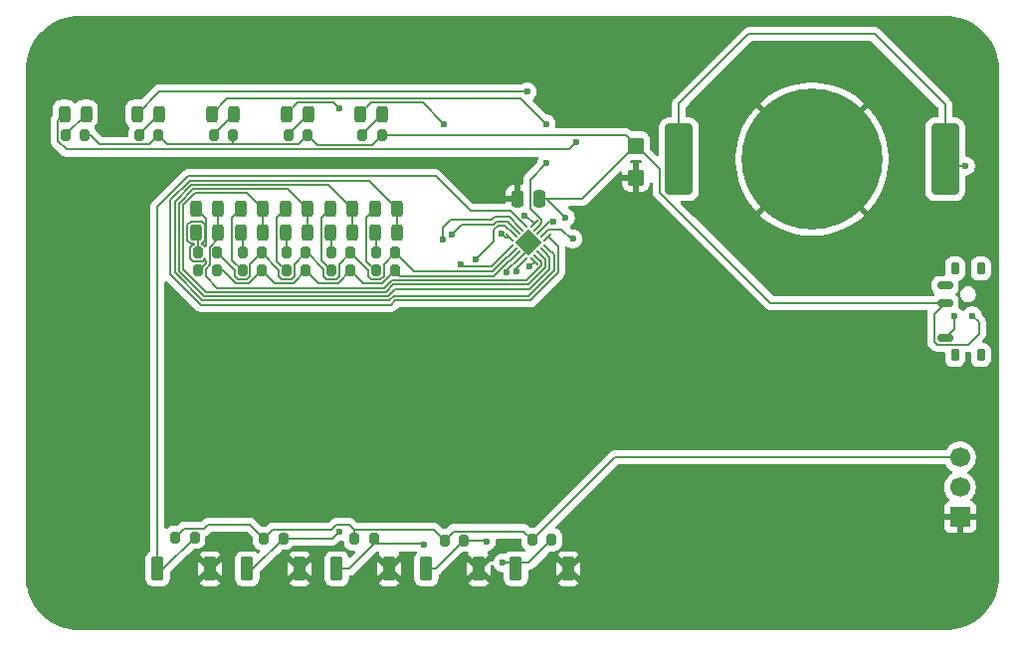
<source format=gtl>
G04 #@! TF.GenerationSoftware,KiCad,Pcbnew,9.0.3*
G04 #@! TF.CreationDate,2025-08-18T11:47:16+01:00*
G04 #@! TF.ProjectId,tester_pcb_business_card,74657374-6572-45f7-9063-625f62757369,rev?*
G04 #@! TF.SameCoordinates,Original*
G04 #@! TF.FileFunction,Copper,L1,Top*
G04 #@! TF.FilePolarity,Positive*
%FSLAX46Y46*%
G04 Gerber Fmt 4.6, Leading zero omitted, Abs format (unit mm)*
G04 Created by KiCad (PCBNEW 9.0.3) date 2025-08-18 11:47:16*
%MOMM*%
%LPD*%
G01*
G04 APERTURE LIST*
G04 Aperture macros list*
%AMRoundRect*
0 Rectangle with rounded corners*
0 $1 Rounding radius*
0 $2 $3 $4 $5 $6 $7 $8 $9 X,Y pos of 4 corners*
0 Add a 4 corners polygon primitive as box body*
4,1,4,$2,$3,$4,$5,$6,$7,$8,$9,$2,$3,0*
0 Add four circle primitives for the rounded corners*
1,1,$1+$1,$2,$3*
1,1,$1+$1,$4,$5*
1,1,$1+$1,$6,$7*
1,1,$1+$1,$8,$9*
0 Add four rect primitives between the rounded corners*
20,1,$1+$1,$2,$3,$4,$5,0*
20,1,$1+$1,$4,$5,$6,$7,0*
20,1,$1+$1,$6,$7,$8,$9,0*
20,1,$1+$1,$8,$9,$2,$3,0*%
%AMRotRect*
0 Rectangle, with rotation*
0 The origin of the aperture is its center*
0 $1 length*
0 $2 width*
0 $3 Rotation angle, in degrees counterclockwise*
0 Add horizontal line*
21,1,$1,$2,0,0,$3*%
G04 Aperture macros list end*
G04 #@! TA.AperFunction,SMDPad,CuDef*
%ADD10RoundRect,0.243750X-0.243750X-0.456250X0.243750X-0.456250X0.243750X0.456250X-0.243750X0.456250X0*%
G04 #@! TD*
G04 #@! TA.AperFunction,SMDPad,CuDef*
%ADD11RoundRect,0.250000X-0.445000X0.457500X-0.445000X-0.457500X0.445000X-0.457500X0.445000X0.457500X0*%
G04 #@! TD*
G04 #@! TA.AperFunction,SMDPad,CuDef*
%ADD12RoundRect,0.360000X-0.840000X-2.690000X0.840000X-2.690000X0.840000X2.690000X-0.840000X2.690000X0*%
G04 #@! TD*
G04 #@! TA.AperFunction,SMDPad,CuDef*
%ADD13C,12.000000*%
G04 #@! TD*
G04 #@! TA.AperFunction,SMDPad,CuDef*
%ADD14RoundRect,0.157500X-0.367500X-0.842500X0.367500X-0.842500X0.367500X0.842500X-0.367500X0.842500X0*%
G04 #@! TD*
G04 #@! TA.AperFunction,SMDPad,CuDef*
%ADD15RoundRect,0.200000X0.200000X0.275000X-0.200000X0.275000X-0.200000X-0.275000X0.200000X-0.275000X0*%
G04 #@! TD*
G04 #@! TA.AperFunction,SMDPad,CuDef*
%ADD16RoundRect,0.200000X-0.200000X-0.275000X0.200000X-0.275000X0.200000X0.275000X-0.200000X0.275000X0*%
G04 #@! TD*
G04 #@! TA.AperFunction,ComponentPad*
%ADD17R,1.700000X1.700000*%
G04 #@! TD*
G04 #@! TA.AperFunction,ComponentPad*
%ADD18C,1.700000*%
G04 #@! TD*
G04 #@! TA.AperFunction,SMDPad,CuDef*
%ADD19RoundRect,0.150000X0.500000X-0.150000X0.500000X0.150000X-0.500000X0.150000X-0.500000X-0.150000X0*%
G04 #@! TD*
G04 #@! TA.AperFunction,SMDPad,CuDef*
%ADD20RoundRect,0.175000X0.175000X-0.350000X0.175000X0.350000X-0.175000X0.350000X-0.175000X-0.350000X0*%
G04 #@! TD*
G04 #@! TA.AperFunction,SMDPad,CuDef*
%ADD21RoundRect,0.250000X0.250000X0.475000X-0.250000X0.475000X-0.250000X-0.475000X0.250000X-0.475000X0*%
G04 #@! TD*
G04 #@! TA.AperFunction,SMDPad,CuDef*
%ADD22RoundRect,0.050000X-0.229810X-0.300520X0.300520X0.229810X0.229810X0.300520X-0.300520X-0.229810X0*%
G04 #@! TD*
G04 #@! TA.AperFunction,SMDPad,CuDef*
%ADD23RoundRect,0.050000X0.229810X-0.300520X0.300520X-0.229810X-0.229810X0.300520X-0.300520X0.229810X0*%
G04 #@! TD*
G04 #@! TA.AperFunction,HeatsinkPad*
%ADD24RotRect,1.650000X1.650000X45.000000*%
G04 #@! TD*
G04 #@! TA.AperFunction,ViaPad*
%ADD25C,0.600000*%
G04 #@! TD*
G04 #@! TA.AperFunction,Conductor*
%ADD26C,0.200000*%
G04 #@! TD*
G04 APERTURE END LIST*
D10*
X83570600Y-82956400D03*
X85445600Y-82956400D03*
X79760600Y-82956400D03*
X81635600Y-82956400D03*
X75973700Y-82956400D03*
X77848700Y-82956400D03*
X72140600Y-82956400D03*
X74015600Y-82956400D03*
X83570600Y-84988400D03*
X85445600Y-84988400D03*
X79760600Y-84988400D03*
X81635600Y-84988400D03*
X75973700Y-84988400D03*
X77848700Y-84988400D03*
X72140600Y-84988400D03*
X74015600Y-84988400D03*
D11*
X105765600Y-77590700D03*
X105765600Y-80295700D03*
D12*
X132080000Y-78740000D03*
X109423200Y-78740000D03*
D13*
X120751600Y-78740000D03*
D14*
X87934800Y-113627100D03*
X92384800Y-113627100D03*
X72694800Y-113627100D03*
X77144800Y-113627100D03*
X80314800Y-113627100D03*
X84764800Y-113627100D03*
X65074800Y-113627100D03*
X69524800Y-113627100D03*
X95554800Y-113627100D03*
X100004800Y-113627100D03*
D15*
X83643200Y-88239600D03*
X85293200Y-88239600D03*
X65137000Y-76707200D03*
X63487000Y-76707200D03*
D10*
X69673700Y-74878400D03*
X71548700Y-74878400D03*
D16*
X66586600Y-110947200D03*
X68236600Y-110947200D03*
D15*
X84136200Y-76707200D03*
X82486200Y-76707200D03*
X77837000Y-76707200D03*
X76187000Y-76707200D03*
X83643200Y-86715600D03*
X85293200Y-86715600D03*
X81507600Y-86715600D03*
X79857600Y-86715600D03*
X58888600Y-76707200D03*
X57238600Y-76707200D03*
X77697600Y-88239600D03*
X76047600Y-88239600D03*
D10*
X57126100Y-74878400D03*
X59001100Y-74878400D03*
D17*
X133350000Y-109220000D03*
D18*
X133350000Y-106680000D03*
X133350000Y-104140000D03*
D19*
X132080000Y-93980000D03*
X132080000Y-90980000D03*
X132080000Y-89480000D03*
D20*
X132930000Y-95405000D03*
X135130000Y-95405000D03*
X132930000Y-88055000D03*
X135130000Y-88055000D03*
D10*
X63323700Y-74878400D03*
X65198700Y-74878400D03*
X82322900Y-74878400D03*
X84197900Y-74878400D03*
D15*
X70154800Y-86715600D03*
X68504800Y-86715600D03*
D16*
X74105000Y-111048800D03*
X75755000Y-111048800D03*
D15*
X72288400Y-86715600D03*
X73938400Y-86715600D03*
D16*
X89485200Y-111201200D03*
X91135200Y-111201200D03*
D15*
X71487000Y-76707200D03*
X69837000Y-76707200D03*
D16*
X96952800Y-111150400D03*
X98602800Y-111150400D03*
X81826600Y-111099600D03*
X83476600Y-111099600D03*
D15*
X70154800Y-88239600D03*
X68504800Y-88239600D03*
X72288400Y-88239600D03*
X73938400Y-88239600D03*
D10*
X76023700Y-74878400D03*
X77898700Y-74878400D03*
D15*
X77697600Y-86715600D03*
X76047600Y-86715600D03*
D21*
X97569300Y-82130700D03*
X95669300Y-82130700D03*
D22*
X95039910Y-86302319D03*
X95322752Y-86585162D03*
X95605595Y-86868005D03*
X95888438Y-87150848D03*
X96171281Y-87433690D03*
D23*
X97090519Y-87433690D03*
X97373362Y-87150848D03*
X97656205Y-86868005D03*
X97939048Y-86585162D03*
X98221890Y-86302319D03*
D22*
X98221890Y-85383081D03*
X97939048Y-85100238D03*
X97656205Y-84817395D03*
X97373362Y-84534552D03*
X97090519Y-84251710D03*
D23*
X96171281Y-84251710D03*
X95888438Y-84534552D03*
X95605595Y-84817395D03*
X95322752Y-85100238D03*
X95039910Y-85383081D03*
D24*
X96630900Y-85842700D03*
D15*
X81507600Y-88239600D03*
X79857600Y-88239600D03*
D10*
X68353700Y-82956400D03*
X70228700Y-82956400D03*
X68353700Y-84988400D03*
X70228700Y-84988400D03*
D25*
X90831533Y-87667200D03*
X99771200Y-83718400D03*
X104851200Y-82702400D03*
X94796620Y-88389200D03*
X94335600Y-85039200D03*
X94420800Y-113125000D03*
X92128200Y-87273200D03*
X93048700Y-111310000D03*
X87759800Y-111591500D03*
X90086700Y-85133900D03*
X80495400Y-110465000D03*
X96250100Y-83529100D03*
X89456300Y-75734800D03*
X95602592Y-88326196D03*
X80575100Y-74427300D03*
X98165400Y-79097500D03*
X98148200Y-75734800D03*
X96538200Y-72962600D03*
X98711900Y-84039500D03*
X100659200Y-77322100D03*
X100404123Y-85516900D03*
X134398500Y-92070900D03*
X96705464Y-87894664D03*
X132867900Y-92091100D03*
X133822900Y-79324200D03*
X89357200Y-85547200D03*
D26*
X82603600Y-89335600D02*
X84197200Y-89335600D01*
X81507600Y-88239600D02*
X82603600Y-89335600D01*
X98386465Y-85383100D02*
X98221900Y-85383100D01*
X99143019Y-86139653D02*
X98386465Y-85383100D01*
X99143019Y-86712888D02*
X99143019Y-86139653D01*
X99144019Y-86713887D02*
X99143019Y-86712888D01*
X99144019Y-88391052D02*
X99144019Y-86713887D01*
X96757470Y-90777601D02*
X99144019Y-88391052D01*
X85300783Y-90777601D02*
X96757470Y-90777601D01*
X84939782Y-91138602D02*
X85300783Y-90777601D01*
X68739713Y-91138602D02*
X84939782Y-91138602D01*
X66164201Y-88563091D02*
X68739713Y-91138602D01*
X66164200Y-82195140D02*
X66164201Y-88563091D01*
X96608940Y-90415600D02*
X98783019Y-88241521D01*
X85153668Y-90415600D02*
X96608940Y-90415600D01*
X79593600Y-80914400D02*
X67955471Y-80914400D01*
X81635600Y-82956400D02*
X79593600Y-80914400D01*
X83042600Y-80553400D02*
X67805939Y-80553400D01*
X98423019Y-88089574D02*
X98423019Y-87069133D01*
X85283350Y-89776800D02*
X96735794Y-89776800D01*
X69038360Y-90417601D02*
X84642549Y-90417601D01*
X76166700Y-81274400D02*
X68104587Y-81274400D01*
X98783019Y-86863419D02*
X98221900Y-86302300D01*
X72694600Y-81635400D02*
X74015600Y-82956400D01*
X66525200Y-88413559D02*
X68889243Y-90777601D01*
X67245200Y-82642903D02*
X68252703Y-81635400D01*
X67245200Y-88115325D02*
X67245200Y-82642903D01*
X69187476Y-90057601D02*
X67245200Y-88115325D01*
X85445600Y-82956400D02*
X83042600Y-80553400D01*
X80707832Y-90057601D02*
X69187476Y-90057601D01*
X84495434Y-90055600D02*
X80709833Y-90055600D01*
X66885200Y-88264442D02*
X69038360Y-90417601D01*
X96586677Y-89416800D02*
X85134233Y-89416800D01*
X98063019Y-87940458D02*
X96586677Y-89416800D01*
X98063019Y-87274819D02*
X98063019Y-87940458D01*
X98423019Y-87069133D02*
X97939048Y-86585162D01*
X98783019Y-88241521D02*
X98783019Y-86863419D01*
X97656200Y-86868000D02*
X98063019Y-87274819D01*
X66885200Y-82493787D02*
X66885200Y-88264442D01*
X69493800Y-86244106D02*
X70228700Y-85509206D01*
X68104587Y-81274400D02*
X66885200Y-82493787D01*
X69493800Y-87187094D02*
X69493800Y-86244106D01*
X69526800Y-87220094D02*
X69493800Y-87187094D01*
X84197200Y-89335600D02*
X85293200Y-88239600D01*
X84791667Y-90777601D02*
X85153668Y-90415600D01*
X69165800Y-88089132D02*
X69526800Y-87728131D01*
X69165800Y-88711094D02*
X69165800Y-88089132D01*
X66525200Y-82344671D02*
X66525200Y-88413559D01*
X70152306Y-89697600D02*
X69165800Y-88711094D01*
X80558716Y-89697600D02*
X70152306Y-89697600D01*
X84642549Y-90417601D02*
X85283350Y-89776800D01*
X80560716Y-89695600D02*
X80558716Y-89697600D01*
X84346317Y-89695600D02*
X80560716Y-89695600D01*
X96437561Y-89056800D02*
X84985116Y-89056800D01*
X97703019Y-87480419D02*
X97703019Y-87791342D01*
X97373400Y-87150800D02*
X97703019Y-87480419D01*
X68252703Y-81635400D02*
X72694600Y-81635400D01*
X85134233Y-89416800D02*
X84495434Y-90055600D01*
X84985116Y-89056800D02*
X84346317Y-89695600D01*
X82982200Y-88190200D02*
X81507600Y-86715600D01*
X67955471Y-80914400D02*
X66525200Y-82344671D01*
X82982200Y-88711094D02*
X82982200Y-88190200D01*
X97703019Y-87791342D02*
X96437561Y-89056800D01*
X80709833Y-90055600D02*
X80707832Y-90057601D01*
X84039694Y-88975600D02*
X83246706Y-88975600D01*
X84304200Y-88711094D02*
X84039694Y-88975600D01*
X69526800Y-87728131D02*
X69526800Y-87220094D01*
X84304200Y-87704600D02*
X84304200Y-88711094D01*
X85293200Y-86715600D02*
X84304200Y-87704600D01*
X77848700Y-82956400D02*
X76166700Y-81274400D01*
X96735794Y-89776800D02*
X98423019Y-88089574D01*
X83246706Y-88975600D02*
X82982200Y-88711094D01*
X70228700Y-85509206D02*
X70228700Y-82956400D01*
X68889243Y-90777601D02*
X84791667Y-90777601D01*
X82822100Y-87418500D02*
X82822100Y-83704900D01*
X83643200Y-88239600D02*
X82822100Y-87418500D01*
X82822100Y-83704900D02*
X83570600Y-82956400D01*
X67805939Y-80553400D02*
X66164200Y-82195140D01*
X80411600Y-89335600D02*
X81507600Y-88239600D01*
X78793600Y-89335600D02*
X80411600Y-89335600D01*
X79196600Y-88089132D02*
X77823068Y-86715600D01*
X79196600Y-88711094D02*
X79196600Y-88089132D01*
X79461106Y-88975600D02*
X79196600Y-88711094D01*
X80518600Y-88711094D02*
X80254094Y-88975600D01*
X80518600Y-87704600D02*
X80518600Y-88711094D01*
X79012100Y-83704900D02*
X79760600Y-82956400D01*
X77823068Y-86715600D02*
X77697600Y-86715600D01*
X79012100Y-87394100D02*
X79012100Y-83704900D01*
X77697600Y-88239600D02*
X78793600Y-89335600D01*
X79857600Y-88239600D02*
X79012100Y-87394100D01*
X81507600Y-86715600D02*
X80518600Y-87704600D01*
X80254094Y-88975600D02*
X79461106Y-88975600D01*
X76599600Y-89337600D02*
X77697600Y-88239600D01*
X75036400Y-89337600D02*
X76599600Y-89337600D01*
X73938400Y-88239600D02*
X75036400Y-89337600D01*
X75386600Y-88163800D02*
X73938400Y-86715600D01*
X75386600Y-88711094D02*
X75386600Y-88163800D01*
X75651106Y-88975600D02*
X75386600Y-88711094D01*
X76444094Y-88975600D02*
X75651106Y-88975600D01*
X76708600Y-88711094D02*
X76444094Y-88975600D01*
X77697600Y-86715600D02*
X76708600Y-87704600D01*
X76047600Y-88239600D02*
X75225200Y-87417200D01*
X75225200Y-87417200D02*
X75225200Y-83704900D01*
X67656822Y-80193400D02*
X65074800Y-82775423D01*
X95079200Y-83159600D02*
X91691300Y-83159600D01*
X75225200Y-83704900D02*
X75973700Y-82956400D01*
X76708600Y-87704600D02*
X76708600Y-88711094D01*
X88725100Y-80193400D02*
X67656822Y-80193400D01*
X96171300Y-84251700D02*
X95079200Y-83159600D01*
X91691300Y-83159600D02*
X88725100Y-80193400D01*
X65074800Y-82775423D02*
X65074800Y-113627100D01*
X72834840Y-89337600D02*
X73932840Y-88239600D01*
X73932840Y-88239600D02*
X73938400Y-88239600D01*
X71741961Y-89337600D02*
X72834840Y-89337600D01*
X70643961Y-88239600D02*
X71741961Y-89337600D01*
X70154800Y-88239600D02*
X70643961Y-88239600D01*
X71627400Y-88188200D02*
X70154800Y-86715600D01*
X71627400Y-88711094D02*
X71627400Y-88188200D01*
X71891906Y-88975600D02*
X71627400Y-88711094D01*
X72684894Y-88975600D02*
X71891906Y-88975600D01*
X72949400Y-88711094D02*
X72684894Y-88975600D01*
X72949400Y-87704600D02*
X72949400Y-88711094D01*
X71392100Y-83704900D02*
X72140600Y-82956400D01*
X72288400Y-88239600D02*
X71392100Y-87343300D01*
X71392100Y-87343300D02*
X71392100Y-83704900D01*
X73938400Y-86715600D02*
X72949400Y-87704600D01*
X90678000Y-83905900D02*
X90033300Y-83905900D01*
X90033300Y-83905900D02*
X89357200Y-84582000D01*
X89357200Y-84582000D02*
X89357200Y-85547200D01*
X85730800Y-88677200D02*
X85293200Y-88239600D01*
X93698180Y-88677200D02*
X85730800Y-88677200D01*
X94996180Y-87379200D02*
X93698180Y-88677200D01*
X95605600Y-86868000D02*
X95094400Y-87379200D01*
X95094400Y-87379200D02*
X94996180Y-87379200D01*
X86879400Y-88301800D02*
X85293200Y-86715600D01*
X94847064Y-87019200D02*
X93564464Y-88301800D01*
X93564464Y-88301800D02*
X86879400Y-88301800D01*
X94888800Y-87019200D02*
X94847064Y-87019200D01*
X95322800Y-86585200D02*
X94888800Y-87019200D01*
X69165800Y-83768500D02*
X68353700Y-82956400D01*
X69165800Y-86062989D02*
X69165800Y-83768500D01*
X69133800Y-86094990D02*
X69165800Y-86062989D01*
X68901294Y-85979600D02*
X69133800Y-86212106D01*
X68865800Y-85979600D02*
X68901294Y-85979600D01*
X68865800Y-85896878D02*
X68865800Y-85979600D01*
X68813278Y-84027400D02*
X69102200Y-84316322D01*
X67894122Y-84027400D02*
X68813278Y-84027400D01*
X67605200Y-84316322D02*
X67894122Y-84027400D01*
X67605200Y-85660478D02*
X67605200Y-84316322D01*
X67894122Y-85949400D02*
X67605200Y-85660478D01*
X68143800Y-85979600D02*
X68143800Y-85949400D01*
X68108306Y-85979600D02*
X68143800Y-85979600D01*
X67843800Y-87187094D02*
X67843800Y-86244106D01*
X68901294Y-87451600D02*
X68108306Y-87451600D01*
X69133800Y-87336210D02*
X69133800Y-87219094D01*
X69165800Y-87368211D02*
X69133800Y-87336210D01*
X69165800Y-87578600D02*
X69165800Y-87368211D01*
X69102200Y-85660478D02*
X68865800Y-85896878D01*
X69133800Y-87219094D02*
X68901294Y-87451600D01*
X69102200Y-84316322D02*
X69102200Y-85660478D01*
X68108306Y-87451600D02*
X67843800Y-87187094D01*
X68504800Y-88239600D02*
X69165800Y-87578600D01*
X67843800Y-86244106D02*
X68108306Y-85979600D01*
X68143800Y-85949400D02*
X67894122Y-85949400D01*
X69133800Y-86212106D02*
X69133800Y-86094990D01*
X91050233Y-87885900D02*
X90831533Y-87667200D01*
X95039900Y-86302300D02*
X93456300Y-87885900D01*
X94796620Y-88242666D02*
X94796620Y-88389200D01*
X95602592Y-88002408D02*
X95602592Y-88326196D01*
X96171300Y-87433700D02*
X95602592Y-88002408D01*
X93456300Y-87885900D02*
X91050233Y-87885900D01*
X95888438Y-87150848D02*
X94796620Y-88242666D01*
X83643200Y-85061000D02*
X83570600Y-84988400D01*
X83643200Y-86715600D02*
X83643200Y-85061000D01*
X79857600Y-85085400D02*
X79760600Y-84988400D01*
X79857600Y-86715600D02*
X79857600Y-85085400D01*
X76047600Y-85062300D02*
X75973700Y-84988400D01*
X76047600Y-86715600D02*
X76047600Y-85062300D01*
X72288400Y-85136200D02*
X72140600Y-84988400D01*
X72288400Y-86715600D02*
X72288400Y-85136200D01*
X68504800Y-85139500D02*
X68353700Y-84988400D01*
X68504800Y-86715600D02*
X68504800Y-85139500D01*
X70228700Y-82956400D02*
X70228700Y-84988400D01*
X74015600Y-82956400D02*
X74015600Y-84988400D01*
X77848700Y-82956400D02*
X77848700Y-84988400D01*
X81635600Y-82956400D02*
X81635600Y-84988400D01*
X85445600Y-82956400D02*
X85445600Y-84988400D01*
X70995700Y-73556400D02*
X69673700Y-74878400D01*
X95969800Y-73556400D02*
X70995700Y-73556400D01*
X98148200Y-75734800D02*
X95969800Y-73556400D01*
X65239500Y-72962600D02*
X63323700Y-74878400D01*
X96538200Y-72962600D02*
X65239500Y-72962600D01*
X69837000Y-76590100D02*
X71548700Y-74878400D01*
X69837000Y-76707200D02*
X69837000Y-76590100D01*
X83283900Y-73917400D02*
X82322900Y-74878400D01*
X87638900Y-73917400D02*
X83283900Y-73917400D01*
X89456300Y-75734800D02*
X87638900Y-73917400D01*
X80065200Y-73917400D02*
X80575100Y-74427300D01*
X76984700Y-73917400D02*
X80065200Y-73917400D01*
X76023700Y-74878400D02*
X76984700Y-73917400D01*
X76187000Y-76590100D02*
X77898700Y-74878400D01*
X76187000Y-76707200D02*
X76187000Y-76590100D01*
X63487000Y-76590100D02*
X65198700Y-74878400D01*
X63487000Y-76707200D02*
X63487000Y-76590100D01*
X57238600Y-76640900D02*
X59001100Y-74878400D01*
X57238600Y-76707200D02*
X57238600Y-76640900D01*
X56577600Y-77178694D02*
X56577600Y-75426900D01*
X57309606Y-77910700D02*
X56577600Y-77178694D01*
X59789900Y-77910700D02*
X57309606Y-77910700D01*
X56577600Y-75426900D02*
X57126100Y-74878400D01*
X82486200Y-76590100D02*
X82486200Y-76707200D01*
X84197900Y-74878400D02*
X82486200Y-76590100D01*
X109423200Y-74015600D02*
X109423200Y-78740000D01*
X115366800Y-68072000D02*
X109423200Y-74015600D01*
X126085600Y-68072000D02*
X115366800Y-68072000D01*
X132080000Y-74066400D02*
X126085600Y-68072000D01*
X132080000Y-78740000D02*
X132080000Y-74066400D01*
X96630900Y-86408386D02*
X95888438Y-87150848D01*
X96630900Y-85842700D02*
X96630900Y-86408386D01*
X98183500Y-82130700D02*
X97569300Y-82130700D01*
X99771200Y-83718400D02*
X98183500Y-82130700D01*
X104851200Y-82702400D02*
X105765600Y-81788000D01*
X105765600Y-81788000D02*
X105765600Y-80343200D01*
X99458600Y-84735500D02*
X100240000Y-85516900D01*
X98303700Y-84735500D02*
X99458600Y-84735500D01*
X97939000Y-85100200D02*
X98303700Y-84735500D01*
X100240000Y-85516900D02*
X100404123Y-85516900D01*
X97090500Y-87433700D02*
X97090500Y-87509628D01*
X97090500Y-87509628D02*
X96705464Y-87894664D01*
X94679481Y-85383081D02*
X94335600Y-85039200D01*
X95039910Y-85383081D02*
X94679481Y-85383081D01*
X93531429Y-83905900D02*
X90678000Y-83905900D01*
X93768129Y-83669200D02*
X93531429Y-83905900D01*
X95023000Y-83669200D02*
X93768129Y-83669200D01*
X95888400Y-84534600D02*
X95023000Y-83669200D01*
X90913700Y-84306900D02*
X90086700Y-85133900D01*
X93639545Y-84306900D02*
X90913700Y-84306900D01*
X93917245Y-84029200D02*
X93639545Y-84306900D01*
X94817400Y-84029200D02*
X93917245Y-84029200D01*
X93685600Y-85715800D02*
X92128200Y-87273200D01*
X95322800Y-85100200D02*
X94611800Y-84389200D01*
X95605600Y-84817400D02*
X94817400Y-84029200D01*
X94611800Y-84389200D02*
X94066361Y-84389200D01*
X93685600Y-84769961D02*
X93685600Y-85715800D01*
X94066361Y-84389200D02*
X93685600Y-84769961D01*
X94420800Y-113125000D02*
X95565000Y-113125000D01*
X96628200Y-113125000D02*
X95565000Y-113125000D01*
X98602800Y-111150400D02*
X96628200Y-113125000D01*
X95565000Y-113125000D02*
X95565000Y-113627100D01*
X88709300Y-113627100D02*
X87945000Y-113627100D01*
X91135200Y-111201200D02*
X88709300Y-113627100D01*
X91174900Y-111240900D02*
X91135200Y-111201200D01*
X92979700Y-111240900D02*
X91174900Y-111240900D01*
X92979700Y-111241000D02*
X92979700Y-111240900D01*
X93048700Y-111310000D02*
X92979700Y-111241000D01*
X93048700Y-111310000D02*
X92979700Y-111241000D01*
X92979700Y-111241000D02*
X93048700Y-111310000D01*
X81375300Y-113627100D02*
X83476600Y-111525800D01*
X80325000Y-113627100D02*
X81375300Y-113627100D01*
X83476600Y-111525800D02*
X83476600Y-111099600D01*
X87694100Y-111525800D02*
X87759800Y-111591500D01*
X83476600Y-111525800D02*
X87694100Y-111525800D01*
X73176700Y-113627100D02*
X75755000Y-111048800D01*
X72705000Y-113627100D02*
X73176700Y-113627100D01*
X79911600Y-111048800D02*
X75755000Y-111048800D01*
X80495400Y-110465000D02*
X79911600Y-111048800D01*
X65556700Y-113627100D02*
X65085000Y-113627100D01*
X68236600Y-110947200D02*
X65556700Y-113627100D01*
X96250100Y-83529200D02*
X96250100Y-83529100D01*
X96368000Y-83529200D02*
X96250100Y-83529200D01*
X97090500Y-84251700D02*
X96368000Y-83529200D01*
X82486200Y-76707200D02*
X82322900Y-76543900D01*
X76187000Y-76707200D02*
X76023700Y-76543900D01*
X96772500Y-80490400D02*
X98165400Y-79097500D01*
X96772500Y-82933200D02*
X96772500Y-80490400D01*
X97727000Y-83887700D02*
X96772500Y-82933200D01*
X97727000Y-84181000D02*
X97727000Y-83887700D01*
X97373400Y-84534600D02*
X97727000Y-84181000D01*
X69673700Y-76543900D02*
X69837000Y-76707200D01*
X98434100Y-84039500D02*
X97656200Y-84817400D01*
X98711900Y-84039500D02*
X98434100Y-84039500D01*
X63487000Y-76707200D02*
X63323700Y-76543900D01*
X100070600Y-77910700D02*
X59789900Y-77910700D01*
X100659200Y-77322100D02*
X100070600Y-77910700D01*
X57238600Y-76707200D02*
X57126100Y-76594700D01*
X77061700Y-77482500D02*
X71487000Y-77482500D01*
X77837000Y-76707200D02*
X77061700Y-77482500D01*
X81826600Y-111099600D02*
X81826600Y-110325100D01*
X90251800Y-110434600D02*
X89485200Y-111201200D01*
X96237000Y-110434600D02*
X90251800Y-110434600D01*
X96952800Y-111150400D02*
X96237000Y-110434600D01*
X104929600Y-76707200D02*
X105765600Y-77543200D01*
X84136200Y-76707200D02*
X104929600Y-76707200D01*
X134966700Y-92639100D02*
X134398500Y-92070900D01*
X134966700Y-93618000D02*
X134966700Y-92639100D01*
X134042400Y-94542300D02*
X134966700Y-93618000D01*
X131409200Y-94542300D02*
X134042400Y-94542300D01*
X131167700Y-94300800D02*
X131409200Y-94542300D01*
X131167700Y-91892300D02*
X131167700Y-94300800D01*
X132080000Y-90980000D02*
X131167700Y-91892300D01*
X71487000Y-77482500D02*
X71487000Y-76707200D01*
X65912300Y-77482500D02*
X65137000Y-76707200D01*
X71487000Y-77482500D02*
X65912300Y-77482500D01*
X59380800Y-76707200D02*
X58888600Y-76707200D01*
X60118300Y-77444700D02*
X59380800Y-76707200D01*
X64399500Y-77444700D02*
X60118300Y-77444700D01*
X65137000Y-76707200D02*
X64399500Y-77444700D01*
X78631400Y-77501600D02*
X77837000Y-76707200D01*
X83341800Y-77501600D02*
X78631400Y-77501600D01*
X84136200Y-76707200D02*
X83341800Y-77501600D01*
X117219800Y-90980000D02*
X132080000Y-90980000D01*
X107805100Y-81565300D02*
X117219800Y-90980000D01*
X107805100Y-79582700D02*
X107805100Y-81565300D01*
X105765600Y-77543200D02*
X107805100Y-79582700D01*
X101178100Y-82130700D02*
X105765600Y-77543200D01*
X97569300Y-82130700D02*
X101178100Y-82130700D01*
X103963200Y-104140000D02*
X98668300Y-109434900D01*
X133350000Y-104140000D02*
X103963200Y-104140000D01*
X98668300Y-109434900D02*
X96952800Y-111150400D01*
X74881800Y-110272000D02*
X74105000Y-111048800D01*
X79894200Y-110272000D02*
X74881800Y-110272000D01*
X79894200Y-110271900D02*
X79894200Y-110272000D01*
X80262800Y-109903300D02*
X79894200Y-110271900D01*
X81404800Y-109903300D02*
X80262800Y-109903300D01*
X81826600Y-110325100D02*
X81404800Y-109903300D01*
X88609100Y-110325100D02*
X81826600Y-110325100D01*
X89485200Y-111201200D02*
X88609100Y-110325100D01*
X67324100Y-110209700D02*
X66586600Y-110947200D01*
X69043600Y-110209700D02*
X67324100Y-110209700D01*
X69043600Y-110209600D02*
X69043600Y-110209700D01*
X69381800Y-109871400D02*
X69043600Y-110209600D01*
X72927600Y-109871400D02*
X69381800Y-109871400D01*
X74105000Y-111048800D02*
X72927600Y-109871400D01*
X132867900Y-93192100D02*
X132867900Y-92091100D01*
X132080000Y-93980000D02*
X132867900Y-93192100D01*
X132664200Y-79324200D02*
X132080000Y-78740000D01*
X133822900Y-79324200D02*
X132664200Y-79324200D01*
G04 #@! TA.AperFunction,Conductor*
G36*
X96647874Y-85158239D02*
G01*
X96674234Y-85160125D01*
X96683287Y-85165943D01*
X96690327Y-85167475D01*
X96718581Y-85188626D01*
X96784758Y-85254803D01*
X96784778Y-85254821D01*
X96857721Y-85312124D01*
X96878628Y-85333030D01*
X96935941Y-85405985D01*
X96935953Y-85405998D01*
X97067601Y-85537646D01*
X97067621Y-85537664D01*
X97140564Y-85594967D01*
X97156702Y-85610164D01*
X97163179Y-85617461D01*
X97163747Y-85618769D01*
X97218788Y-85688832D01*
X97287578Y-85757622D01*
X97290033Y-85760388D01*
X97303414Y-85788789D01*
X97318459Y-85816342D01*
X97318187Y-85820144D01*
X97319812Y-85823594D01*
X97315714Y-85854714D01*
X97313475Y-85886034D01*
X97311106Y-85889719D01*
X97310692Y-85892866D01*
X97303999Y-85900778D01*
X97284974Y-85930381D01*
X97218796Y-85996558D01*
X97218784Y-85996571D01*
X97161473Y-86069524D01*
X97140567Y-86090430D01*
X97067614Y-86147741D01*
X97067601Y-86147753D01*
X96935953Y-86279401D01*
X96935941Y-86279414D01*
X96878630Y-86352367D01*
X96863446Y-86368492D01*
X96856139Y-86374978D01*
X96854831Y-86375547D01*
X96784768Y-86430588D01*
X96715643Y-86499712D01*
X96712871Y-86502174D01*
X96684468Y-86515560D01*
X96656903Y-86530612D01*
X96653109Y-86530340D01*
X96649670Y-86531962D01*
X96618534Y-86527867D01*
X96587212Y-86525627D01*
X96583536Y-86523265D01*
X96580396Y-86522852D01*
X96572486Y-86516163D01*
X96542865Y-86497127D01*
X96476717Y-86430979D01*
X96476697Y-86430961D01*
X96405382Y-86374937D01*
X96384474Y-86354030D01*
X96380897Y-86349477D01*
X96380896Y-86349474D01*
X96325855Y-86279411D01*
X96325846Y-86279401D01*
X96194198Y-86147753D01*
X96194185Y-86147741D01*
X96121230Y-86090428D01*
X96105092Y-86075230D01*
X96098621Y-86067939D01*
X96098053Y-86066631D01*
X96043012Y-85996568D01*
X95974220Y-85927776D01*
X95971766Y-85925011D01*
X95958385Y-85896609D01*
X95943341Y-85869058D01*
X95943613Y-85865254D01*
X95941988Y-85861805D01*
X95946085Y-85830683D01*
X95948325Y-85799366D01*
X95950693Y-85795680D01*
X95951108Y-85792534D01*
X95957800Y-85784621D01*
X95976826Y-85755019D01*
X96043003Y-85688841D01*
X96043012Y-85688832D01*
X96098053Y-85618769D01*
X96098053Y-85618766D01*
X96100325Y-85615876D01*
X96121233Y-85594968D01*
X96124123Y-85592696D01*
X96124126Y-85592696D01*
X96194189Y-85537655D01*
X96325855Y-85405989D01*
X96380896Y-85335926D01*
X96380896Y-85335923D01*
X96383168Y-85333033D01*
X96404076Y-85312125D01*
X96406966Y-85309853D01*
X96406969Y-85309853D01*
X96477032Y-85254812D01*
X96491845Y-85239999D01*
X96543219Y-85188626D01*
X96551164Y-85184287D01*
X96556590Y-85177040D01*
X96581349Y-85167805D01*
X96604542Y-85155141D01*
X96613571Y-85155786D01*
X96622054Y-85152623D01*
X96647874Y-85158239D01*
G37*
G04 #@! TD.AperFunction*
G04 #@! TA.AperFunction,Conductor*
G36*
X132082702Y-66540618D02*
G01*
X132095819Y-66541190D01*
X132473742Y-66557690D01*
X132484477Y-66558630D01*
X132869859Y-66609366D01*
X132880493Y-66611241D01*
X133259990Y-66695374D01*
X133270416Y-66698168D01*
X133641135Y-66815055D01*
X133651270Y-66818744D01*
X134010387Y-66967495D01*
X134020178Y-66972061D01*
X134364942Y-67151534D01*
X134374309Y-67156941D01*
X134644434Y-67329030D01*
X134702130Y-67365786D01*
X134710991Y-67371991D01*
X135019353Y-67608605D01*
X135027640Y-67615559D01*
X135314204Y-67878146D01*
X135321853Y-67885795D01*
X135584440Y-68172359D01*
X135591394Y-68180646D01*
X135828008Y-68489008D01*
X135834213Y-68497869D01*
X136043057Y-68825689D01*
X136048465Y-68835057D01*
X136227935Y-69179814D01*
X136232507Y-69189618D01*
X136381249Y-69548714D01*
X136384949Y-69558879D01*
X136501828Y-69929572D01*
X136504628Y-69940021D01*
X136588756Y-70319498D01*
X136590634Y-70330151D01*
X136641367Y-70715499D01*
X136642310Y-70726276D01*
X136659382Y-71117297D01*
X136659500Y-71122706D01*
X136659500Y-114297293D01*
X136659382Y-114302702D01*
X136642310Y-114693723D01*
X136641367Y-114704500D01*
X136590634Y-115089848D01*
X136588756Y-115100501D01*
X136504628Y-115479978D01*
X136501828Y-115490427D01*
X136384949Y-115861120D01*
X136381249Y-115871285D01*
X136232507Y-116230381D01*
X136227935Y-116240185D01*
X136048465Y-116584942D01*
X136043057Y-116594310D01*
X135834213Y-116922130D01*
X135828008Y-116930991D01*
X135591394Y-117239353D01*
X135584440Y-117247640D01*
X135321853Y-117534204D01*
X135314204Y-117541853D01*
X135027640Y-117804440D01*
X135019353Y-117811394D01*
X134710991Y-118048008D01*
X134702130Y-118054213D01*
X134374310Y-118263057D01*
X134364942Y-118268465D01*
X134020185Y-118447935D01*
X134010381Y-118452507D01*
X133651285Y-118601249D01*
X133641120Y-118604949D01*
X133270427Y-118721828D01*
X133259978Y-118724628D01*
X132880501Y-118808756D01*
X132869848Y-118810634D01*
X132484500Y-118861367D01*
X132473723Y-118862310D01*
X132082703Y-118879382D01*
X132077294Y-118879500D01*
X58422706Y-118879500D01*
X58417297Y-118879382D01*
X58026276Y-118862310D01*
X58015501Y-118861367D01*
X57926792Y-118849688D01*
X57630151Y-118810634D01*
X57619498Y-118808756D01*
X57240021Y-118724628D01*
X57229572Y-118721828D01*
X56858879Y-118604949D01*
X56848714Y-118601249D01*
X56489618Y-118452507D01*
X56479814Y-118447935D01*
X56135057Y-118268465D01*
X56125689Y-118263057D01*
X55797869Y-118054213D01*
X55789008Y-118048008D01*
X55480646Y-117811394D01*
X55472359Y-117804440D01*
X55185795Y-117541853D01*
X55178146Y-117534204D01*
X54915559Y-117247640D01*
X54908605Y-117239353D01*
X54671991Y-116930991D01*
X54665786Y-116922130D01*
X54456942Y-116594310D01*
X54451534Y-116584942D01*
X54272064Y-116240185D01*
X54267492Y-116230381D01*
X54118744Y-115871270D01*
X54115055Y-115861135D01*
X53998168Y-115490416D01*
X53995374Y-115479990D01*
X53911241Y-115100493D01*
X53909365Y-115089848D01*
X53907843Y-115078284D01*
X53858630Y-114704477D01*
X53857690Y-114693742D01*
X53840618Y-114302701D01*
X53840500Y-114297293D01*
X53840500Y-77257748D01*
X55977098Y-77257748D01*
X56018023Y-77410479D01*
X56046958Y-77460594D01*
X56046959Y-77460598D01*
X56046960Y-77460598D01*
X56097079Y-77547408D01*
X56097081Y-77547411D01*
X56215949Y-77666279D01*
X56215955Y-77666284D01*
X56824745Y-78275074D01*
X56824755Y-78275085D01*
X56829085Y-78279415D01*
X56829086Y-78279416D01*
X56940890Y-78391220D01*
X57024313Y-78439383D01*
X57027701Y-78441339D01*
X57027703Y-78441341D01*
X57065757Y-78463311D01*
X57077821Y-78470277D01*
X57230549Y-78511201D01*
X57230552Y-78511201D01*
X57396259Y-78511201D01*
X57396275Y-78511200D01*
X59710843Y-78511200D01*
X97362412Y-78511200D01*
X97429451Y-78530885D01*
X97475206Y-78583689D01*
X97485150Y-78652847D01*
X97465513Y-78704093D01*
X97456007Y-78718318D01*
X97456002Y-78718327D01*
X97395664Y-78863998D01*
X97395661Y-78864008D01*
X97364761Y-79019350D01*
X97332376Y-79081261D01*
X97330825Y-79082839D01*
X96291981Y-80121682D01*
X96291979Y-80121685D01*
X96241861Y-80208494D01*
X96241859Y-80208496D01*
X96212925Y-80258609D01*
X96212924Y-80258610D01*
X96212923Y-80258615D01*
X96171999Y-80411343D01*
X96171999Y-80411345D01*
X96171999Y-80579446D01*
X96172000Y-80579459D01*
X96172000Y-80789096D01*
X96152315Y-80856135D01*
X96099511Y-80901890D01*
X96035399Y-80912454D01*
X95969290Y-80905700D01*
X95919300Y-80905700D01*
X95919300Y-82006700D01*
X95899615Y-82073739D01*
X95846811Y-82119494D01*
X95795300Y-82130700D01*
X95669300Y-82130700D01*
X95669300Y-82256700D01*
X95649615Y-82323739D01*
X95596811Y-82369494D01*
X95545300Y-82380700D01*
X94669301Y-82380700D01*
X94669301Y-82435100D01*
X94649616Y-82502139D01*
X94596812Y-82547894D01*
X94545301Y-82559100D01*
X91991397Y-82559100D01*
X91924358Y-82539415D01*
X91903716Y-82522781D01*
X90986648Y-81605713D01*
X94669300Y-81605713D01*
X94669300Y-81880700D01*
X95419300Y-81880700D01*
X95419300Y-80905700D01*
X95419299Y-80905699D01*
X95369329Y-80905700D01*
X95369311Y-80905701D01*
X95266602Y-80916194D01*
X95100180Y-80971341D01*
X95100175Y-80971343D01*
X94950954Y-81063384D01*
X94826984Y-81187354D01*
X94734943Y-81336575D01*
X94734941Y-81336580D01*
X94679794Y-81503002D01*
X94679793Y-81503009D01*
X94669300Y-81605713D01*
X90986648Y-81605713D01*
X89212690Y-79831755D01*
X89212688Y-79831752D01*
X89093817Y-79712881D01*
X89093816Y-79712880D01*
X89005269Y-79661758D01*
X89005268Y-79661757D01*
X88956883Y-79633822D01*
X88900981Y-79618843D01*
X88804157Y-79592899D01*
X88646043Y-79592899D01*
X88638447Y-79592899D01*
X88638431Y-79592900D01*
X67577764Y-79592900D01*
X67425036Y-79633823D01*
X67376653Y-79661758D01*
X67376652Y-79661758D01*
X67288109Y-79712877D01*
X67288104Y-79712881D01*
X67176300Y-79824686D01*
X64706086Y-82294901D01*
X64594281Y-82406705D01*
X64594277Y-82406710D01*
X64554343Y-82475880D01*
X64554343Y-82475881D01*
X64515223Y-82543637D01*
X64511080Y-82559099D01*
X64474299Y-82696366D01*
X64474299Y-82696368D01*
X64474299Y-82864469D01*
X64474300Y-82864482D01*
X64474300Y-112087210D01*
X64454615Y-112154249D01*
X64413421Y-112193942D01*
X64300805Y-112260542D01*
X64300796Y-112260549D01*
X64183249Y-112378096D01*
X64183240Y-112378108D01*
X64098619Y-112521197D01*
X64098615Y-112521204D01*
X64052235Y-112680843D01*
X64052234Y-112680849D01*
X64049300Y-112718135D01*
X64049300Y-114536044D01*
X64049301Y-114536069D01*
X64052235Y-114573352D01*
X64098615Y-114732995D01*
X64098619Y-114733002D01*
X64183240Y-114876091D01*
X64183249Y-114876103D01*
X64300796Y-114993650D01*
X64300800Y-114993653D01*
X64300802Y-114993655D01*
X64300805Y-114993656D01*
X64300808Y-114993659D01*
X64396200Y-115050073D01*
X64443120Y-115077821D01*
X64443897Y-115078280D01*
X64443904Y-115078284D01*
X64603543Y-115124664D01*
X64603546Y-115124664D01*
X64603548Y-115124665D01*
X64640843Y-115127600D01*
X65508756Y-115127599D01*
X65546052Y-115124665D01*
X65649224Y-115094689D01*
X65705695Y-115078284D01*
X65705696Y-115078282D01*
X65705700Y-115078282D01*
X65848798Y-114993655D01*
X65966355Y-114876098D01*
X65968018Y-114873286D01*
X68632163Y-114873286D01*
X68633645Y-114875791D01*
X68751105Y-114993251D01*
X68751114Y-114993258D01*
X68894101Y-115077820D01*
X68894104Y-115077821D01*
X69053622Y-115124166D01*
X69053628Y-115124167D01*
X69090894Y-115127099D01*
X69958693Y-115127099D01*
X69958715Y-115127098D01*
X69995974Y-115124166D01*
X70155495Y-115077821D01*
X70155498Y-115077820D01*
X70298485Y-114993258D01*
X70298490Y-114993254D01*
X70415958Y-114875785D01*
X70417434Y-114873288D01*
X70417434Y-114873286D01*
X69524800Y-113980652D01*
X68632163Y-114873286D01*
X65968018Y-114873286D01*
X66050982Y-114733000D01*
X66050983Y-114732995D01*
X66050984Y-114732995D01*
X66097364Y-114573356D01*
X66097365Y-114573350D01*
X66100299Y-114536064D01*
X66100300Y-114536057D01*
X66100300Y-114298547D01*
X68499800Y-114298547D01*
X69171248Y-113627100D01*
X69171248Y-113627099D01*
X69878352Y-113627099D01*
X69878352Y-113627100D01*
X70549798Y-114298547D01*
X70549799Y-114298546D01*
X70549799Y-112955652D01*
X70549798Y-112955651D01*
X69878352Y-113627099D01*
X69171248Y-113627099D01*
X68499800Y-112955651D01*
X68499800Y-114298547D01*
X66100300Y-114298547D01*
X66100299Y-113984095D01*
X66119983Y-113917057D01*
X66136613Y-113896420D01*
X67652123Y-112380912D01*
X68632163Y-112380912D01*
X69524800Y-113273548D01*
X69524801Y-113273548D01*
X70417434Y-112380913D01*
X70417435Y-112380912D01*
X70415956Y-112378412D01*
X70415955Y-112378411D01*
X70298490Y-112260945D01*
X70298485Y-112260941D01*
X70155498Y-112176379D01*
X70155495Y-112176378D01*
X69995977Y-112130033D01*
X69995971Y-112130032D01*
X69958705Y-112127100D01*
X69090906Y-112127100D01*
X69090884Y-112127101D01*
X69053625Y-112130033D01*
X68894104Y-112176378D01*
X68894101Y-112176379D01*
X68751114Y-112260941D01*
X68751105Y-112260948D01*
X68633645Y-112378408D01*
X68632163Y-112380912D01*
X67652123Y-112380912D01*
X68074016Y-111959019D01*
X68135339Y-111925534D01*
X68161697Y-111922700D01*
X68493213Y-111922700D01*
X68493216Y-111922700D01*
X68563796Y-111916286D01*
X68726206Y-111865678D01*
X68871785Y-111777672D01*
X68992072Y-111657385D01*
X69080078Y-111511806D01*
X69130686Y-111349396D01*
X69137100Y-111278816D01*
X69137100Y-110901478D01*
X69156785Y-110834439D01*
X69209589Y-110788684D01*
X69228999Y-110781705D01*
X69275384Y-110769277D01*
X69412316Y-110690220D01*
X69524120Y-110578416D01*
X69524121Y-110578413D01*
X69529546Y-110572989D01*
X69530256Y-110572177D01*
X69594218Y-110508217D01*
X69655542Y-110474733D01*
X69681898Y-110471900D01*
X72627503Y-110471900D01*
X72694542Y-110491585D01*
X72715184Y-110508219D01*
X73168181Y-110961216D01*
X73201666Y-111022539D01*
X73204500Y-111048897D01*
X73204500Y-111380413D01*
X73210913Y-111450992D01*
X73210913Y-111450994D01*
X73210914Y-111450996D01*
X73261522Y-111613406D01*
X73321873Y-111713239D01*
X73349530Y-111758988D01*
X73469811Y-111879269D01*
X73469813Y-111879270D01*
X73469815Y-111879272D01*
X73615394Y-111967278D01*
X73703101Y-111994608D01*
X73706029Y-111996558D01*
X73709544Y-111996810D01*
X73734896Y-112015789D01*
X73761247Y-112033343D01*
X73762657Y-112036571D01*
X73765477Y-112038682D01*
X73776541Y-112068346D01*
X73789222Y-112097368D01*
X73788663Y-112100846D01*
X73789894Y-112104146D01*
X73783163Y-112135085D01*
X73778141Y-112166353D01*
X73775570Y-112169991D01*
X73775042Y-112172419D01*
X73753891Y-112200673D01*
X73669090Y-112285474D01*
X73607767Y-112318959D01*
X73538075Y-112313975D01*
X73493728Y-112285474D01*
X73468803Y-112260549D01*
X73468791Y-112260540D01*
X73325702Y-112175919D01*
X73325695Y-112175915D01*
X73166056Y-112129535D01*
X73166050Y-112129534D01*
X73128757Y-112126600D01*
X72260855Y-112126600D01*
X72260830Y-112126601D01*
X72223547Y-112129535D01*
X72063904Y-112175915D01*
X72063897Y-112175919D01*
X71920808Y-112260540D01*
X71920796Y-112260549D01*
X71803249Y-112378096D01*
X71803240Y-112378108D01*
X71718619Y-112521197D01*
X71718615Y-112521204D01*
X71672235Y-112680843D01*
X71672234Y-112680849D01*
X71669300Y-112718135D01*
X71669300Y-114536044D01*
X71669301Y-114536069D01*
X71672235Y-114573352D01*
X71718615Y-114732995D01*
X71718619Y-114733002D01*
X71803240Y-114876091D01*
X71803249Y-114876103D01*
X71920796Y-114993650D01*
X71920800Y-114993653D01*
X71920802Y-114993655D01*
X71920805Y-114993656D01*
X71920808Y-114993659D01*
X72016200Y-115050073D01*
X72063120Y-115077821D01*
X72063897Y-115078280D01*
X72063904Y-115078284D01*
X72223543Y-115124664D01*
X72223546Y-115124664D01*
X72223548Y-115124665D01*
X72260843Y-115127600D01*
X73128756Y-115127599D01*
X73166052Y-115124665D01*
X73269224Y-115094689D01*
X73325695Y-115078284D01*
X73325696Y-115078282D01*
X73325700Y-115078282D01*
X73468798Y-114993655D01*
X73586355Y-114876098D01*
X73588018Y-114873286D01*
X76252163Y-114873286D01*
X76253645Y-114875791D01*
X76371105Y-114993251D01*
X76371114Y-114993258D01*
X76514101Y-115077820D01*
X76514104Y-115077821D01*
X76673622Y-115124166D01*
X76673628Y-115124167D01*
X76710894Y-115127099D01*
X77578693Y-115127099D01*
X77578715Y-115127098D01*
X77615974Y-115124166D01*
X77775495Y-115077821D01*
X77775498Y-115077820D01*
X77918485Y-114993258D01*
X77918490Y-114993254D01*
X78035958Y-114875785D01*
X78037434Y-114873288D01*
X78037434Y-114873286D01*
X77144800Y-113980652D01*
X76252163Y-114873286D01*
X73588018Y-114873286D01*
X73670982Y-114733000D01*
X73670983Y-114732995D01*
X73670984Y-114732995D01*
X73717364Y-114573356D01*
X73717365Y-114573350D01*
X73720299Y-114536064D01*
X73720300Y-114536057D01*
X73720300Y-114298547D01*
X76119800Y-114298547D01*
X76791248Y-113627100D01*
X76791248Y-113627099D01*
X77498352Y-113627099D01*
X77498352Y-113627100D01*
X78169798Y-114298547D01*
X78169799Y-114298546D01*
X78169799Y-112955652D01*
X78169798Y-112955651D01*
X77498352Y-113627099D01*
X76791248Y-113627099D01*
X76119800Y-112955651D01*
X76119800Y-114298547D01*
X73720300Y-114298547D01*
X73720299Y-113984095D01*
X73739983Y-113917057D01*
X73756613Y-113896420D01*
X75272123Y-112380912D01*
X76252163Y-112380912D01*
X77144800Y-113273548D01*
X77144801Y-113273548D01*
X78037434Y-112380913D01*
X78037435Y-112380912D01*
X78035956Y-112378412D01*
X78035955Y-112378411D01*
X77918490Y-112260945D01*
X77918485Y-112260941D01*
X77775498Y-112176379D01*
X77775495Y-112176378D01*
X77615977Y-112130033D01*
X77615971Y-112130032D01*
X77578705Y-112127100D01*
X76710906Y-112127100D01*
X76710884Y-112127101D01*
X76673625Y-112130033D01*
X76514104Y-112176378D01*
X76514101Y-112176379D01*
X76371114Y-112260941D01*
X76371105Y-112260948D01*
X76253645Y-112378408D01*
X76252163Y-112380912D01*
X75272123Y-112380912D01*
X75592416Y-112060619D01*
X75653739Y-112027134D01*
X75680097Y-112024300D01*
X76011613Y-112024300D01*
X76011616Y-112024300D01*
X76082196Y-112017886D01*
X76244606Y-111967278D01*
X76390185Y-111879272D01*
X76510472Y-111758985D01*
X76540598Y-111709149D01*
X76592126Y-111661962D01*
X76646715Y-111649300D01*
X79824931Y-111649300D01*
X79824947Y-111649301D01*
X79832543Y-111649301D01*
X79990654Y-111649301D01*
X79990657Y-111649301D01*
X80143385Y-111608377D01*
X80210001Y-111569916D01*
X80280316Y-111529320D01*
X80392120Y-111417516D01*
X80392120Y-111417514D01*
X80402324Y-111407311D01*
X80402330Y-111407304D01*
X80460242Y-111349392D01*
X80510062Y-111299572D01*
X80571384Y-111266088D01*
X80573551Y-111265637D01*
X80574240Y-111265500D01*
X80574242Y-111265500D01*
X80728897Y-111234737D01*
X80754647Y-111224070D01*
X80824114Y-111216601D01*
X80886594Y-111247874D01*
X80922248Y-111307962D01*
X80926100Y-111338631D01*
X80926100Y-111431213D01*
X80932513Y-111501792D01*
X80932513Y-111501794D01*
X80932514Y-111501796D01*
X80948344Y-111552596D01*
X80983122Y-111664206D01*
X81071130Y-111809788D01*
X81191411Y-111930069D01*
X81191413Y-111930070D01*
X81191415Y-111930072D01*
X81336994Y-112018078D01*
X81499404Y-112068686D01*
X81569984Y-112075100D01*
X81778703Y-112075100D01*
X81845742Y-112094785D01*
X81891497Y-112147589D01*
X81901441Y-112216747D01*
X81872416Y-112280303D01*
X81866384Y-112286781D01*
X81516005Y-112637158D01*
X81454682Y-112670643D01*
X81384990Y-112665659D01*
X81329057Y-112623787D01*
X81309249Y-112584076D01*
X81290982Y-112521200D01*
X81235902Y-112428063D01*
X81206359Y-112378108D01*
X81206350Y-112378096D01*
X81088803Y-112260549D01*
X81088791Y-112260540D01*
X80945702Y-112175919D01*
X80945695Y-112175915D01*
X80786056Y-112129535D01*
X80786050Y-112129534D01*
X80748757Y-112126600D01*
X79880855Y-112126600D01*
X79880830Y-112126601D01*
X79843547Y-112129535D01*
X79683904Y-112175915D01*
X79683897Y-112175919D01*
X79540808Y-112260540D01*
X79540796Y-112260549D01*
X79423249Y-112378096D01*
X79423240Y-112378108D01*
X79338619Y-112521197D01*
X79338615Y-112521204D01*
X79292235Y-112680843D01*
X79292234Y-112680849D01*
X79289300Y-112718135D01*
X79289300Y-114536044D01*
X79289301Y-114536069D01*
X79292235Y-114573352D01*
X79338615Y-114732995D01*
X79338619Y-114733002D01*
X79423240Y-114876091D01*
X79423249Y-114876103D01*
X79540796Y-114993650D01*
X79540800Y-114993653D01*
X79540802Y-114993655D01*
X79540805Y-114993656D01*
X79540808Y-114993659D01*
X79636200Y-115050073D01*
X79683120Y-115077821D01*
X79683897Y-115078280D01*
X79683904Y-115078284D01*
X79843543Y-115124664D01*
X79843546Y-115124664D01*
X79843548Y-115124665D01*
X79880843Y-115127600D01*
X80748756Y-115127599D01*
X80786052Y-115124665D01*
X80889224Y-115094689D01*
X80945695Y-115078284D01*
X80945696Y-115078282D01*
X80945700Y-115078282D01*
X81088798Y-114993655D01*
X81206355Y-114876098D01*
X81208018Y-114873286D01*
X83872163Y-114873286D01*
X83873645Y-114875791D01*
X83991105Y-114993251D01*
X83991114Y-114993258D01*
X84134101Y-115077820D01*
X84134104Y-115077821D01*
X84293622Y-115124166D01*
X84293628Y-115124167D01*
X84330894Y-115127099D01*
X85198693Y-115127099D01*
X85198715Y-115127098D01*
X85235974Y-115124166D01*
X85395495Y-115077821D01*
X85395498Y-115077820D01*
X85538485Y-114993258D01*
X85538490Y-114993254D01*
X85655958Y-114875785D01*
X85657434Y-114873288D01*
X85657434Y-114873286D01*
X84764800Y-113980652D01*
X83872163Y-114873286D01*
X81208018Y-114873286D01*
X81290982Y-114733000D01*
X81290983Y-114732995D01*
X81290984Y-114732995D01*
X81337364Y-114573356D01*
X81337365Y-114573350D01*
X81340299Y-114536064D01*
X81340300Y-114536057D01*
X81340300Y-114351362D01*
X81355808Y-114298547D01*
X83739800Y-114298547D01*
X84411248Y-113627100D01*
X84411248Y-113627099D01*
X85118352Y-113627099D01*
X85118352Y-113627100D01*
X85789798Y-114298547D01*
X85789799Y-114298546D01*
X85789799Y-112955652D01*
X85789798Y-112955651D01*
X85118352Y-113627099D01*
X84411248Y-113627099D01*
X83739800Y-112955651D01*
X83739800Y-114298547D01*
X81355808Y-114298547D01*
X81359985Y-114284323D01*
X81412789Y-114238568D01*
X81448112Y-114228423D01*
X81454354Y-114227601D01*
X81454357Y-114227601D01*
X81607085Y-114186677D01*
X81657204Y-114157739D01*
X81744016Y-114107620D01*
X81855820Y-113995816D01*
X81855820Y-113995814D01*
X81866028Y-113985607D01*
X81866029Y-113985604D01*
X83689016Y-112162619D01*
X83715943Y-112147915D01*
X83741762Y-112131323D01*
X83747962Y-112130431D01*
X83750339Y-112129134D01*
X83776697Y-112126300D01*
X83826392Y-112126300D01*
X83893431Y-112145985D01*
X83939186Y-112198789D01*
X83949130Y-112267947D01*
X83920105Y-112331503D01*
X83914073Y-112337981D01*
X83873645Y-112378408D01*
X83872163Y-112380912D01*
X84764800Y-113273548D01*
X84764801Y-113273548D01*
X85657434Y-112380913D01*
X85657435Y-112380912D01*
X85655956Y-112378412D01*
X85655952Y-112378407D01*
X85615526Y-112337981D01*
X85582041Y-112276658D01*
X85587025Y-112206966D01*
X85628897Y-112151033D01*
X85694361Y-112126616D01*
X85703207Y-112126300D01*
X86995684Y-112126300D01*
X87062723Y-112145985D01*
X87108478Y-112198789D01*
X87118422Y-112267947D01*
X87089397Y-112331503D01*
X87083365Y-112337981D01*
X87043249Y-112378096D01*
X87043240Y-112378108D01*
X86958619Y-112521197D01*
X86958615Y-112521204D01*
X86912235Y-112680843D01*
X86912234Y-112680849D01*
X86909300Y-112718135D01*
X86909300Y-114536044D01*
X86909301Y-114536069D01*
X86912235Y-114573352D01*
X86958615Y-114732995D01*
X86958619Y-114733002D01*
X87043240Y-114876091D01*
X87043249Y-114876103D01*
X87160796Y-114993650D01*
X87160800Y-114993653D01*
X87160802Y-114993655D01*
X87160805Y-114993656D01*
X87160808Y-114993659D01*
X87256200Y-115050073D01*
X87303120Y-115077821D01*
X87303897Y-115078280D01*
X87303904Y-115078284D01*
X87463543Y-115124664D01*
X87463546Y-115124664D01*
X87463548Y-115124665D01*
X87500843Y-115127600D01*
X88368756Y-115127599D01*
X88406052Y-115124665D01*
X88509224Y-115094689D01*
X88565695Y-115078284D01*
X88565696Y-115078282D01*
X88565700Y-115078282D01*
X88708798Y-114993655D01*
X88826355Y-114876098D01*
X88828018Y-114873286D01*
X91492163Y-114873286D01*
X91493645Y-114875791D01*
X91611105Y-114993251D01*
X91611114Y-114993258D01*
X91754101Y-115077820D01*
X91754104Y-115077821D01*
X91913622Y-115124166D01*
X91913628Y-115124167D01*
X91950894Y-115127099D01*
X92818693Y-115127099D01*
X92818715Y-115127098D01*
X92855974Y-115124166D01*
X93015495Y-115077821D01*
X93015498Y-115077820D01*
X93158485Y-114993258D01*
X93158490Y-114993254D01*
X93275958Y-114875785D01*
X93277434Y-114873288D01*
X93277434Y-114873286D01*
X92384800Y-113980652D01*
X91492163Y-114873286D01*
X88828018Y-114873286D01*
X88910982Y-114733000D01*
X88910983Y-114732995D01*
X88910984Y-114732995D01*
X88957364Y-114573356D01*
X88957365Y-114573350D01*
X88960299Y-114536064D01*
X88960300Y-114536057D01*
X88960299Y-114298547D01*
X91359800Y-114298547D01*
X92031248Y-113627100D01*
X92031248Y-113627099D01*
X91359800Y-112955651D01*
X91359800Y-114298547D01*
X88960299Y-114298547D01*
X88960299Y-114247172D01*
X88979983Y-114180134D01*
X89022298Y-114139787D01*
X89078016Y-114107620D01*
X89189820Y-113995816D01*
X89189820Y-113995814D01*
X89200028Y-113985607D01*
X89200029Y-113985604D01*
X90972617Y-112213019D01*
X91033940Y-112179534D01*
X91060298Y-112176700D01*
X91394626Y-112176700D01*
X91394626Y-112177501D01*
X91459288Y-112193322D01*
X91507404Y-112243983D01*
X91520493Y-112312616D01*
X91497114Y-112371409D01*
X91497613Y-112371704D01*
X91495735Y-112374875D01*
X91495052Y-112376596D01*
X91493644Y-112378410D01*
X91492163Y-112380912D01*
X92384800Y-113273548D01*
X92384801Y-113273548D01*
X93277434Y-112380913D01*
X93277435Y-112380912D01*
X93275956Y-112378412D01*
X93275955Y-112378411D01*
X93191910Y-112294365D01*
X93158426Y-112233041D01*
X93163410Y-112163350D01*
X93205282Y-112107416D01*
X93255400Y-112085067D01*
X93282197Y-112079737D01*
X93427879Y-112019394D01*
X93558989Y-111931789D01*
X93670489Y-111820289D01*
X93758094Y-111689179D01*
X93765897Y-111670342D01*
X93814668Y-111552596D01*
X93818437Y-111543497D01*
X93849200Y-111388842D01*
X93849200Y-111231158D01*
X93849200Y-111231155D01*
X93839679Y-111183292D01*
X93845906Y-111113700D01*
X93888769Y-111058523D01*
X93954658Y-111035278D01*
X93961296Y-111035100D01*
X95928300Y-111035100D01*
X95995339Y-111054785D01*
X96041094Y-111107589D01*
X96052300Y-111159100D01*
X96052300Y-111482013D01*
X96058713Y-111552592D01*
X96058713Y-111552594D01*
X96058714Y-111552596D01*
X96109322Y-111715006D01*
X96172967Y-111820288D01*
X96197330Y-111860588D01*
X96305053Y-111968311D01*
X96338538Y-112029634D01*
X96333554Y-112099326D01*
X96291682Y-112155259D01*
X96226218Y-112179676D01*
X96182777Y-112175068D01*
X96026056Y-112129535D01*
X96026050Y-112129534D01*
X95988757Y-112126600D01*
X95120855Y-112126600D01*
X95120830Y-112126601D01*
X95083547Y-112129535D01*
X94923904Y-112175915D01*
X94923897Y-112175919D01*
X94780810Y-112260539D01*
X94780801Y-112260545D01*
X94727675Y-112313671D01*
X94666351Y-112347155D01*
X94615804Y-112347605D01*
X94499646Y-112324500D01*
X94499642Y-112324500D01*
X94341958Y-112324500D01*
X94341955Y-112324500D01*
X94187310Y-112355261D01*
X94187298Y-112355264D01*
X94041627Y-112415602D01*
X94041614Y-112415609D01*
X93910511Y-112503210D01*
X93910507Y-112503213D01*
X93799013Y-112614707D01*
X93799010Y-112614711D01*
X93711409Y-112745814D01*
X93711402Y-112745827D01*
X93651064Y-112891498D01*
X93651059Y-112891515D01*
X93650383Y-112894915D01*
X93649538Y-112896529D01*
X93649294Y-112897335D01*
X93649141Y-112897288D01*
X93617993Y-112956824D01*
X93557275Y-112991393D01*
X93487505Y-112987647D01*
X93481315Y-112985275D01*
X93409798Y-112955651D01*
X92738352Y-113627099D01*
X92738352Y-113627100D01*
X93409798Y-114298547D01*
X93409799Y-114298546D01*
X93409799Y-113399095D01*
X93429484Y-113332056D01*
X93482288Y-113286301D01*
X93551446Y-113276357D01*
X93615002Y-113305382D01*
X93646433Y-113353822D01*
X93648732Y-113352870D01*
X93711402Y-113504172D01*
X93711409Y-113504185D01*
X93799010Y-113635288D01*
X93799013Y-113635292D01*
X93910507Y-113746786D01*
X93910511Y-113746789D01*
X94041614Y-113834390D01*
X94041627Y-113834397D01*
X94187298Y-113894735D01*
X94187303Y-113894737D01*
X94312297Y-113919600D01*
X94341953Y-113925499D01*
X94341956Y-113925500D01*
X94405300Y-113925500D01*
X94472339Y-113945185D01*
X94518094Y-113997989D01*
X94529300Y-114049500D01*
X94529300Y-114536044D01*
X94529301Y-114536069D01*
X94532235Y-114573352D01*
X94578615Y-114732995D01*
X94578619Y-114733002D01*
X94663240Y-114876091D01*
X94663249Y-114876103D01*
X94780796Y-114993650D01*
X94780800Y-114993653D01*
X94780802Y-114993655D01*
X94780805Y-114993656D01*
X94780808Y-114993659D01*
X94876200Y-115050073D01*
X94923120Y-115077821D01*
X94923897Y-115078280D01*
X94923904Y-115078284D01*
X95083543Y-115124664D01*
X95083546Y-115124664D01*
X95083548Y-115124665D01*
X95120843Y-115127600D01*
X95988756Y-115127599D01*
X96026052Y-115124665D01*
X96129224Y-115094689D01*
X96185695Y-115078284D01*
X96185696Y-115078282D01*
X96185700Y-115078282D01*
X96328798Y-114993655D01*
X96446355Y-114876098D01*
X96448018Y-114873286D01*
X99112163Y-114873286D01*
X99113645Y-114875791D01*
X99231105Y-114993251D01*
X99231114Y-114993258D01*
X99374101Y-115077820D01*
X99374104Y-115077821D01*
X99533622Y-115124166D01*
X99533628Y-115124167D01*
X99570894Y-115127099D01*
X100438693Y-115127099D01*
X100438715Y-115127098D01*
X100475974Y-115124166D01*
X100635495Y-115077821D01*
X100635498Y-115077820D01*
X100778485Y-114993258D01*
X100778490Y-114993254D01*
X100895958Y-114875785D01*
X100897434Y-114873288D01*
X100897434Y-114873286D01*
X100004800Y-113980652D01*
X99112163Y-114873286D01*
X96448018Y-114873286D01*
X96530982Y-114733000D01*
X96530983Y-114732995D01*
X96530984Y-114732995D01*
X96577364Y-114573356D01*
X96577365Y-114573350D01*
X96580299Y-114536064D01*
X96580300Y-114536057D01*
X96580300Y-114298547D01*
X98979800Y-114298547D01*
X99651248Y-113627100D01*
X99651248Y-113627099D01*
X100358352Y-113627099D01*
X100358352Y-113627100D01*
X101029798Y-114298547D01*
X101029799Y-114298546D01*
X101029799Y-112955652D01*
X101029798Y-112955651D01*
X100358352Y-113627099D01*
X99651248Y-113627099D01*
X98979800Y-112955651D01*
X98979800Y-114298547D01*
X96580300Y-114298547D01*
X96580300Y-113849501D01*
X96599985Y-113782462D01*
X96652789Y-113736707D01*
X96699203Y-113726609D01*
X96699197Y-113726562D01*
X96699769Y-113726486D01*
X96704300Y-113725501D01*
X96707254Y-113725501D01*
X96707257Y-113725501D01*
X96859985Y-113684577D01*
X96910104Y-113655639D01*
X96996916Y-113605520D01*
X97108720Y-113493716D01*
X97108720Y-113493714D01*
X97118928Y-113483507D01*
X97118929Y-113483504D01*
X98221523Y-112380912D01*
X99112163Y-112380912D01*
X100004800Y-113273548D01*
X100004801Y-113273548D01*
X100897434Y-112380913D01*
X100897435Y-112380912D01*
X100895956Y-112378412D01*
X100895955Y-112378411D01*
X100778490Y-112260945D01*
X100778485Y-112260941D01*
X100635498Y-112176379D01*
X100635495Y-112176378D01*
X100475977Y-112130033D01*
X100475971Y-112130032D01*
X100438705Y-112127100D01*
X99570906Y-112127100D01*
X99570884Y-112127101D01*
X99533629Y-112130032D01*
X99386950Y-112172646D01*
X99207162Y-112284891D01*
X99113644Y-112378410D01*
X99112163Y-112380912D01*
X98221523Y-112380912D01*
X98440216Y-112162219D01*
X98501539Y-112128734D01*
X98527897Y-112125900D01*
X98859413Y-112125900D01*
X98859416Y-112125900D01*
X98929996Y-112119486D01*
X99092406Y-112068878D01*
X99237985Y-111980872D01*
X99358272Y-111860585D01*
X99446278Y-111715006D01*
X99496886Y-111552596D01*
X99503300Y-111482016D01*
X99503300Y-110818784D01*
X99496886Y-110748204D01*
X99446278Y-110585794D01*
X99358272Y-110440215D01*
X99358270Y-110440213D01*
X99358269Y-110440211D01*
X99237988Y-110319930D01*
X99225024Y-110312093D01*
X99092406Y-110231922D01*
X99004697Y-110204591D01*
X98946552Y-110165856D01*
X98918577Y-110101831D01*
X98929658Y-110032845D01*
X98953905Y-109998529D01*
X99148819Y-109803616D01*
X104175616Y-104776819D01*
X104236939Y-104743334D01*
X104263297Y-104740500D01*
X132064281Y-104740500D01*
X132131320Y-104760185D01*
X132174765Y-104808205D01*
X132194947Y-104847814D01*
X132194948Y-104847815D01*
X132319890Y-105019786D01*
X132470213Y-105170109D01*
X132642182Y-105295050D01*
X132650946Y-105299516D01*
X132701742Y-105347491D01*
X132718536Y-105415312D01*
X132695998Y-105481447D01*
X132650946Y-105520484D01*
X132642182Y-105524949D01*
X132470213Y-105649890D01*
X132319890Y-105800213D01*
X132194951Y-105972179D01*
X132098444Y-106161585D01*
X132032753Y-106363760D01*
X131999500Y-106573713D01*
X131999500Y-106786286D01*
X132032753Y-106996239D01*
X132098444Y-107198414D01*
X132194951Y-107387820D01*
X132319890Y-107559786D01*
X132433818Y-107673714D01*
X132467303Y-107735037D01*
X132462319Y-107804729D01*
X132420447Y-107860662D01*
X132389471Y-107877577D01*
X132257912Y-107926646D01*
X132257906Y-107926649D01*
X132142812Y-108012809D01*
X132142809Y-108012812D01*
X132056649Y-108127906D01*
X132056645Y-108127913D01*
X132006403Y-108262620D01*
X132006401Y-108262627D01*
X132000000Y-108322155D01*
X132000000Y-108970000D01*
X132916988Y-108970000D01*
X132884075Y-109027007D01*
X132850000Y-109154174D01*
X132850000Y-109285826D01*
X132884075Y-109412993D01*
X132916988Y-109470000D01*
X132000000Y-109470000D01*
X132000000Y-110117844D01*
X132006401Y-110177372D01*
X132006403Y-110177379D01*
X132056645Y-110312086D01*
X132056649Y-110312093D01*
X132142809Y-110427187D01*
X132142812Y-110427190D01*
X132257906Y-110513350D01*
X132257913Y-110513354D01*
X132392620Y-110563596D01*
X132392627Y-110563598D01*
X132452155Y-110569999D01*
X132452172Y-110570000D01*
X133100000Y-110570000D01*
X133100000Y-109653012D01*
X133157007Y-109685925D01*
X133284174Y-109720000D01*
X133415826Y-109720000D01*
X133542993Y-109685925D01*
X133600000Y-109653012D01*
X133600000Y-110570000D01*
X134247828Y-110570000D01*
X134247844Y-110569999D01*
X134307372Y-110563598D01*
X134307379Y-110563596D01*
X134442086Y-110513354D01*
X134442093Y-110513350D01*
X134557187Y-110427190D01*
X134557190Y-110427187D01*
X134643350Y-110312093D01*
X134643354Y-110312086D01*
X134693596Y-110177379D01*
X134693598Y-110177372D01*
X134699999Y-110117844D01*
X134700000Y-110117827D01*
X134700000Y-109470000D01*
X133783012Y-109470000D01*
X133815925Y-109412993D01*
X133850000Y-109285826D01*
X133850000Y-109154174D01*
X133815925Y-109027007D01*
X133783012Y-108970000D01*
X134700000Y-108970000D01*
X134700000Y-108322172D01*
X134699999Y-108322155D01*
X134693598Y-108262627D01*
X134693596Y-108262620D01*
X134643354Y-108127913D01*
X134643350Y-108127906D01*
X134557190Y-108012812D01*
X134557187Y-108012809D01*
X134442093Y-107926649D01*
X134442088Y-107926646D01*
X134310528Y-107877577D01*
X134254595Y-107835705D01*
X134230178Y-107770241D01*
X134245030Y-107701968D01*
X134266175Y-107673720D01*
X134380104Y-107559792D01*
X134505051Y-107387816D01*
X134601557Y-107198412D01*
X134667246Y-106996243D01*
X134700500Y-106786287D01*
X134700500Y-106573713D01*
X134667246Y-106363757D01*
X134601557Y-106161588D01*
X134505051Y-105972184D01*
X134505049Y-105972181D01*
X134505048Y-105972179D01*
X134380109Y-105800213D01*
X134229786Y-105649890D01*
X134057820Y-105524951D01*
X134057115Y-105524591D01*
X134049054Y-105520485D01*
X133998259Y-105472512D01*
X133981463Y-105404692D01*
X134003999Y-105338556D01*
X134049054Y-105299515D01*
X134057816Y-105295051D01*
X134079789Y-105279086D01*
X134229786Y-105170109D01*
X134229788Y-105170106D01*
X134229792Y-105170104D01*
X134380104Y-105019792D01*
X134380106Y-105019788D01*
X134380109Y-105019786D01*
X134505048Y-104847820D01*
X134505047Y-104847820D01*
X134505051Y-104847816D01*
X134601557Y-104658412D01*
X134667246Y-104456243D01*
X134700500Y-104246287D01*
X134700500Y-104033713D01*
X134667246Y-103823757D01*
X134601557Y-103621588D01*
X134505051Y-103432184D01*
X134505049Y-103432181D01*
X134505048Y-103432179D01*
X134380109Y-103260213D01*
X134229786Y-103109890D01*
X134057820Y-102984951D01*
X133868414Y-102888444D01*
X133868413Y-102888443D01*
X133868412Y-102888443D01*
X133666243Y-102822754D01*
X133666241Y-102822753D01*
X133666240Y-102822753D01*
X133504957Y-102797208D01*
X133456287Y-102789500D01*
X133243713Y-102789500D01*
X133195042Y-102797208D01*
X133033760Y-102822753D01*
X132831585Y-102888444D01*
X132642179Y-102984951D01*
X132470213Y-103109890D01*
X132319890Y-103260213D01*
X132194948Y-103432184D01*
X132194947Y-103432185D01*
X132174765Y-103471795D01*
X132126791Y-103522591D01*
X132064281Y-103539500D01*
X103884140Y-103539500D01*
X103843219Y-103550464D01*
X103843219Y-103550465D01*
X103805951Y-103560451D01*
X103731414Y-103580423D01*
X103731409Y-103580426D01*
X103594490Y-103659475D01*
X103594482Y-103659481D01*
X103482678Y-103771286D01*
X98299584Y-108954381D01*
X97115384Y-110138581D01*
X97088456Y-110153284D01*
X97062638Y-110169877D01*
X97056437Y-110170768D01*
X97054061Y-110172066D01*
X97027703Y-110174900D01*
X96877897Y-110174900D01*
X96810858Y-110155215D01*
X96790216Y-110138581D01*
X96724590Y-110072955D01*
X96724588Y-110072952D01*
X96605717Y-109954081D01*
X96605709Y-109954075D01*
X96492189Y-109888535D01*
X96492188Y-109888534D01*
X96475738Y-109879037D01*
X96468785Y-109875023D01*
X96316057Y-109834099D01*
X96157943Y-109834099D01*
X96150347Y-109834099D01*
X96150331Y-109834100D01*
X90172743Y-109834100D01*
X90020013Y-109875023D01*
X89996612Y-109888535D01*
X89996611Y-109888535D01*
X89883087Y-109954077D01*
X89883082Y-109954081D01*
X89647783Y-110189381D01*
X89620855Y-110204084D01*
X89595037Y-110220677D01*
X89588836Y-110221568D01*
X89586460Y-110222866D01*
X89560102Y-110225700D01*
X89410297Y-110225700D01*
X89343258Y-110206015D01*
X89322616Y-110189381D01*
X89096690Y-109963455D01*
X89096688Y-109963452D01*
X88977817Y-109844581D01*
X88977816Y-109844580D01*
X88885670Y-109791380D01*
X88840885Y-109765523D01*
X88688157Y-109724599D01*
X88530043Y-109724599D01*
X88522447Y-109724599D01*
X88522431Y-109724600D01*
X82126697Y-109724600D01*
X82097256Y-109715955D01*
X82067270Y-109709432D01*
X82062254Y-109705677D01*
X82059658Y-109704915D01*
X82039016Y-109688281D01*
X81892390Y-109541655D01*
X81892388Y-109541652D01*
X81773517Y-109422781D01*
X81773509Y-109422775D01*
X81657578Y-109355843D01*
X81657577Y-109355842D01*
X81642822Y-109347324D01*
X81636585Y-109343723D01*
X81483857Y-109302799D01*
X81325743Y-109302799D01*
X81318147Y-109302799D01*
X81318131Y-109302800D01*
X80183743Y-109302800D01*
X80031014Y-109343723D01*
X80010023Y-109355843D01*
X80010022Y-109355843D01*
X79894087Y-109422777D01*
X79894082Y-109422781D01*
X79681683Y-109635181D01*
X79620360Y-109668666D01*
X79594002Y-109671500D01*
X74960857Y-109671500D01*
X74802743Y-109671500D01*
X74650015Y-109712423D01*
X74650014Y-109712423D01*
X74650012Y-109712424D01*
X74650009Y-109712425D01*
X74599896Y-109741359D01*
X74599895Y-109741360D01*
X74558043Y-109765523D01*
X74513085Y-109791479D01*
X74513082Y-109791481D01*
X74401278Y-109903285D01*
X74401278Y-109903286D01*
X74267582Y-110036982D01*
X74240651Y-110051688D01*
X74214838Y-110068277D01*
X74208638Y-110069168D01*
X74206262Y-110070466D01*
X74179903Y-110073300D01*
X74030097Y-110073300D01*
X73963058Y-110053615D01*
X73942416Y-110036981D01*
X73415190Y-109509755D01*
X73415188Y-109509752D01*
X73296317Y-109390881D01*
X73296316Y-109390880D01*
X73209504Y-109340760D01*
X73209504Y-109340759D01*
X73209500Y-109340758D01*
X73159385Y-109311823D01*
X73006657Y-109270899D01*
X72848543Y-109270899D01*
X72840947Y-109270899D01*
X72840931Y-109270900D01*
X69468469Y-109270900D01*
X69468453Y-109270899D01*
X69460857Y-109270899D01*
X69302743Y-109270899D01*
X69195387Y-109299665D01*
X69150010Y-109311824D01*
X69150009Y-109311825D01*
X69099896Y-109340759D01*
X69099895Y-109340760D01*
X69056489Y-109365820D01*
X69013085Y-109390879D01*
X69013082Y-109390881D01*
X68831083Y-109572881D01*
X68769760Y-109606366D01*
X68743402Y-109609200D01*
X67410770Y-109609200D01*
X67410754Y-109609199D01*
X67403158Y-109609199D01*
X67245043Y-109609199D01*
X67204365Y-109620099D01*
X67092314Y-109650123D01*
X67092309Y-109650126D01*
X66955390Y-109729175D01*
X66955382Y-109729181D01*
X66749183Y-109935381D01*
X66687860Y-109968866D01*
X66661502Y-109971700D01*
X66329984Y-109971700D01*
X66310745Y-109973448D01*
X66259407Y-109978113D01*
X66096993Y-110028722D01*
X65951411Y-110116730D01*
X65951410Y-110116731D01*
X65886981Y-110181161D01*
X65825658Y-110214646D01*
X65755966Y-110209662D01*
X65700033Y-110167790D01*
X65675616Y-110102326D01*
X65675300Y-110093480D01*
X65675300Y-89222786D01*
X65694985Y-89155747D01*
X65747789Y-89109992D01*
X65816947Y-89100048D01*
X65880503Y-89129073D01*
X65886967Y-89135091D01*
X67034263Y-90282387D01*
X68254852Y-91502976D01*
X68254862Y-91502987D01*
X68259192Y-91507317D01*
X68259193Y-91507318D01*
X68370997Y-91619122D01*
X68442694Y-91660516D01*
X68484578Y-91684698D01*
X68507924Y-91698177D01*
X68507928Y-91698179D01*
X68660656Y-91739102D01*
X68818770Y-91739102D01*
X84853113Y-91739102D01*
X84853129Y-91739103D01*
X84860725Y-91739103D01*
X85018836Y-91739103D01*
X85018839Y-91739103D01*
X85171567Y-91698179D01*
X85236801Y-91660516D01*
X85308498Y-91619122D01*
X85420302Y-91507318D01*
X85420303Y-91507316D01*
X85458309Y-91469310D01*
X85513201Y-91414419D01*
X85574525Y-91380935D01*
X85600882Y-91378101D01*
X96670801Y-91378101D01*
X96670817Y-91378102D01*
X96678413Y-91378102D01*
X96836524Y-91378102D01*
X96836527Y-91378102D01*
X96989255Y-91337178D01*
X97051634Y-91301163D01*
X97126186Y-91258121D01*
X97237990Y-91146317D01*
X97237990Y-91146315D01*
X97248194Y-91136112D01*
X97248198Y-91136107D01*
X99502525Y-88881780D01*
X99502530Y-88881776D01*
X99512733Y-88871572D01*
X99512735Y-88871572D01*
X99624539Y-88759768D01*
X99688403Y-88649151D01*
X99703596Y-88622837D01*
X99744520Y-88470109D01*
X99744520Y-88311995D01*
X99744520Y-88304400D01*
X99744519Y-88304382D01*
X99744519Y-86792793D01*
X99744559Y-86792644D01*
X99744519Y-86712586D01*
X99744519Y-86634830D01*
X99744519Y-86634338D01*
X99743519Y-86619101D01*
X99743519Y-86270239D01*
X99763204Y-86203200D01*
X99816008Y-86157445D01*
X99885166Y-86147501D01*
X99936407Y-86167135D01*
X100024944Y-86226294D01*
X100024946Y-86226295D01*
X100024950Y-86226297D01*
X100153188Y-86279414D01*
X100170626Y-86286637D01*
X100305192Y-86313404D01*
X100325276Y-86317399D01*
X100325279Y-86317400D01*
X100325281Y-86317400D01*
X100482967Y-86317400D01*
X100482968Y-86317399D01*
X100637620Y-86286637D01*
X100783302Y-86226294D01*
X100914412Y-86138689D01*
X101025912Y-86027189D01*
X101113517Y-85896079D01*
X101173860Y-85750397D01*
X101204623Y-85595742D01*
X101204623Y-85438058D01*
X101204623Y-85438055D01*
X101204622Y-85438053D01*
X101190568Y-85367401D01*
X101173860Y-85283403D01*
X101155882Y-85239999D01*
X101113520Y-85137727D01*
X101113513Y-85137714D01*
X101025912Y-85006611D01*
X101025909Y-85006607D01*
X100914415Y-84895113D01*
X100914411Y-84895110D01*
X100783308Y-84807509D01*
X100783295Y-84807502D01*
X100637624Y-84747164D01*
X100637612Y-84747161D01*
X100482968Y-84716400D01*
X100482965Y-84716400D01*
X100340097Y-84716400D01*
X100310656Y-84707755D01*
X100280670Y-84701232D01*
X100275654Y-84697477D01*
X100273058Y-84696715D01*
X100252416Y-84680081D01*
X100167150Y-84594815D01*
X100133665Y-84533492D01*
X100138649Y-84463800D01*
X100180521Y-84407867D01*
X100185910Y-84404052D01*
X100281489Y-84340189D01*
X100392989Y-84228689D01*
X100480594Y-84097579D01*
X100540937Y-83951897D01*
X100571700Y-83797242D01*
X100571700Y-83639558D01*
X100571700Y-83639555D01*
X100571699Y-83639553D01*
X100556705Y-83564175D01*
X100540937Y-83484903D01*
X100516282Y-83425380D01*
X100480597Y-83339227D01*
X100480590Y-83339214D01*
X100392989Y-83208111D01*
X100392986Y-83208107D01*
X100281492Y-83096613D01*
X100281488Y-83096610D01*
X100150385Y-83009009D01*
X100150372Y-83009002D01*
X100055633Y-82969761D01*
X100001229Y-82925921D01*
X99979164Y-82859627D01*
X99996443Y-82791927D01*
X100047580Y-82744316D01*
X100103085Y-82731200D01*
X101091431Y-82731200D01*
X101091447Y-82731201D01*
X101099043Y-82731201D01*
X101257154Y-82731201D01*
X101257157Y-82731201D01*
X101409885Y-82690277D01*
X101469760Y-82655708D01*
X101546816Y-82611220D01*
X101658620Y-82499416D01*
X101658620Y-82499414D01*
X101668824Y-82489211D01*
X101668828Y-82489206D01*
X103354847Y-80803186D01*
X104570601Y-80803186D01*
X104581094Y-80905897D01*
X104636241Y-81072319D01*
X104636243Y-81072324D01*
X104728284Y-81221545D01*
X104852254Y-81345515D01*
X105001475Y-81437556D01*
X105001480Y-81437558D01*
X105167902Y-81492705D01*
X105167909Y-81492706D01*
X105270619Y-81503199D01*
X105515599Y-81503199D01*
X105515600Y-81503198D01*
X105515600Y-80545700D01*
X104570601Y-80545700D01*
X104570601Y-80803186D01*
X103354847Y-80803186D01*
X104358921Y-79799112D01*
X104420242Y-79765629D01*
X104489934Y-79770613D01*
X104545867Y-79812485D01*
X104570284Y-79877949D01*
X104570600Y-79886795D01*
X104570600Y-80045700D01*
X105515600Y-80045700D01*
X105515600Y-79088200D01*
X105369195Y-79088200D01*
X105347948Y-79081961D01*
X105325860Y-79080381D01*
X105315077Y-79072309D01*
X105302156Y-79068515D01*
X105287655Y-79051781D01*
X105269927Y-79038509D01*
X105265220Y-79025888D01*
X105256401Y-79015711D01*
X105253249Y-78993793D01*
X105245511Y-78973045D01*
X105248373Y-78959885D01*
X105246457Y-78946553D01*
X105255657Y-78926407D01*
X105260364Y-78904772D01*
X105273631Y-78887048D01*
X105275482Y-78882997D01*
X105281501Y-78876532D01*
X105323017Y-78835017D01*
X105384340Y-78801532D01*
X105410697Y-78798699D01*
X106120501Y-78798699D01*
X106187540Y-78818384D01*
X106208182Y-78835018D01*
X106249683Y-78876519D01*
X106283168Y-78937842D01*
X106278184Y-79007534D01*
X106236312Y-79063467D01*
X106170848Y-79087884D01*
X106162002Y-79088200D01*
X106015600Y-79088200D01*
X106015600Y-81503199D01*
X106260572Y-81503199D01*
X106260586Y-81503198D01*
X106363297Y-81492705D01*
X106529719Y-81437558D01*
X106529724Y-81437556D01*
X106678945Y-81345515D01*
X106802915Y-81221545D01*
X106894956Y-81072324D01*
X106894958Y-81072319D01*
X106950105Y-80905897D01*
X106950106Y-80905890D01*
X106957242Y-80836048D01*
X106983638Y-80771357D01*
X107040819Y-80731205D01*
X107110630Y-80728342D01*
X107170907Y-80763676D01*
X107202512Y-80825989D01*
X107204600Y-80848651D01*
X107204600Y-81478630D01*
X107204599Y-81478648D01*
X107204599Y-81644354D01*
X107204598Y-81644354D01*
X107204599Y-81644357D01*
X107234487Y-81755900D01*
X107245524Y-81797087D01*
X107262461Y-81826422D01*
X107262462Y-81826424D01*
X107324577Y-81934012D01*
X107324581Y-81934017D01*
X107443449Y-82052885D01*
X107443455Y-82052890D01*
X116734939Y-91344374D01*
X116734949Y-91344385D01*
X116739279Y-91348715D01*
X116739280Y-91348716D01*
X116851084Y-91460520D01*
X116851086Y-91460521D01*
X116851090Y-91460524D01*
X116932141Y-91507318D01*
X116988016Y-91539577D01*
X117085225Y-91565624D01*
X117140742Y-91580500D01*
X117140743Y-91580500D01*
X130467963Y-91580500D01*
X130535002Y-91600185D01*
X130580757Y-91652989D01*
X130590701Y-91722147D01*
X130587740Y-91736583D01*
X130567199Y-91813243D01*
X130567199Y-91813245D01*
X130567199Y-91981346D01*
X130567200Y-91981359D01*
X130567200Y-94214130D01*
X130567199Y-94214148D01*
X130567199Y-94379854D01*
X130567198Y-94379854D01*
X130568761Y-94385687D01*
X130608123Y-94532585D01*
X130608124Y-94532587D01*
X130608123Y-94532587D01*
X130612160Y-94539578D01*
X130612161Y-94539579D01*
X130687177Y-94669512D01*
X130687181Y-94669517D01*
X130816420Y-94798756D01*
X130816425Y-94798760D01*
X131040484Y-95022820D01*
X131040486Y-95022821D01*
X131040490Y-95022824D01*
X131172100Y-95098808D01*
X131177416Y-95101877D01*
X131330143Y-95142801D01*
X131330145Y-95142801D01*
X131495854Y-95142801D01*
X131495870Y-95142800D01*
X131955500Y-95142800D01*
X132022539Y-95162485D01*
X132068294Y-95215289D01*
X132079500Y-95266800D01*
X132079500Y-95809594D01*
X132085685Y-95877657D01*
X132085686Y-95877662D01*
X132085687Y-95877664D01*
X132134485Y-96034263D01*
X132134488Y-96034272D01*
X132219348Y-96174648D01*
X132219351Y-96174652D01*
X132335347Y-96290648D01*
X132335351Y-96290651D01*
X132475727Y-96375511D01*
X132475730Y-96375512D01*
X132632343Y-96424315D01*
X132700406Y-96430500D01*
X132700409Y-96430500D01*
X133159591Y-96430500D01*
X133159594Y-96430500D01*
X133227657Y-96424315D01*
X133384270Y-96375512D01*
X133524653Y-96290648D01*
X133640648Y-96174653D01*
X133725512Y-96034270D01*
X133774315Y-95877657D01*
X133780500Y-95809594D01*
X133780500Y-95266800D01*
X133783050Y-95258114D01*
X133781762Y-95249153D01*
X133792740Y-95225112D01*
X133800185Y-95199761D01*
X133807025Y-95193833D01*
X133810787Y-95185597D01*
X133833021Y-95171307D01*
X133852989Y-95154006D01*
X133863503Y-95151718D01*
X133869565Y-95147823D01*
X133904500Y-95142800D01*
X133955731Y-95142800D01*
X133955747Y-95142801D01*
X133963343Y-95142801D01*
X134121453Y-95142801D01*
X134121457Y-95142801D01*
X134123408Y-95142278D01*
X134125116Y-95142318D01*
X134129512Y-95141740D01*
X134129602Y-95142425D01*
X134193255Y-95143941D01*
X134251118Y-95183103D01*
X134278623Y-95247331D01*
X134279500Y-95262053D01*
X134279500Y-95809594D01*
X134285685Y-95877657D01*
X134285686Y-95877662D01*
X134285687Y-95877664D01*
X134334485Y-96034263D01*
X134334488Y-96034272D01*
X134419348Y-96174648D01*
X134419351Y-96174652D01*
X134535347Y-96290648D01*
X134535351Y-96290651D01*
X134675727Y-96375511D01*
X134675730Y-96375512D01*
X134832343Y-96424315D01*
X134900406Y-96430500D01*
X134900409Y-96430500D01*
X135359591Y-96430500D01*
X135359594Y-96430500D01*
X135427657Y-96424315D01*
X135584270Y-96375512D01*
X135724653Y-96290648D01*
X135840648Y-96174653D01*
X135925512Y-96034270D01*
X135974315Y-95877657D01*
X135980500Y-95809594D01*
X135980500Y-95000406D01*
X135974315Y-94932343D01*
X135925512Y-94775730D01*
X135925511Y-94775727D01*
X135840651Y-94635351D01*
X135840648Y-94635347D01*
X135724652Y-94519351D01*
X135724648Y-94519348D01*
X135584272Y-94434488D01*
X135584263Y-94434485D01*
X135427664Y-94385687D01*
X135427662Y-94385686D01*
X135427657Y-94385685D01*
X135359594Y-94379500D01*
X135359591Y-94379500D01*
X135353798Y-94379500D01*
X135286759Y-94359815D01*
X135241004Y-94307011D01*
X135231060Y-94237853D01*
X135260085Y-94174297D01*
X135266117Y-94167819D01*
X135447220Y-93986716D01*
X135526277Y-93849784D01*
X135567201Y-93697057D01*
X135567201Y-93538942D01*
X135567201Y-93531347D01*
X135567200Y-93531329D01*
X135567200Y-92560045D01*
X135567200Y-92560043D01*
X135526277Y-92407316D01*
X135526277Y-92407315D01*
X135526277Y-92407314D01*
X135497339Y-92357195D01*
X135497337Y-92357192D01*
X135447220Y-92270384D01*
X135335416Y-92158580D01*
X135335415Y-92158579D01*
X135331085Y-92154249D01*
X135331074Y-92154239D01*
X135233074Y-92056239D01*
X135199589Y-91994916D01*
X135199138Y-91992749D01*
X135168238Y-91837410D01*
X135168237Y-91837403D01*
X135127520Y-91739102D01*
X135107897Y-91691727D01*
X135107890Y-91691714D01*
X135020289Y-91560611D01*
X135020286Y-91560607D01*
X134908792Y-91449113D01*
X134908788Y-91449110D01*
X134777685Y-91361509D01*
X134777672Y-91361502D01*
X134632001Y-91301164D01*
X134631989Y-91301161D01*
X134477345Y-91270400D01*
X134477342Y-91270400D01*
X134319658Y-91270400D01*
X134319655Y-91270400D01*
X134165010Y-91301161D01*
X134164998Y-91301164D01*
X134019327Y-91361502D01*
X134019314Y-91361509D01*
X133888211Y-91449110D01*
X133888207Y-91449113D01*
X133776713Y-91560607D01*
X133729553Y-91631187D01*
X133675940Y-91675991D01*
X133606615Y-91684698D01*
X133543588Y-91654543D01*
X133523349Y-91631186D01*
X133489689Y-91580811D01*
X133489686Y-91580807D01*
X133378192Y-91469313D01*
X133378188Y-91469310D01*
X133270008Y-91397026D01*
X133225203Y-91343414D01*
X133216496Y-91274089D01*
X133219819Y-91259342D01*
X133227598Y-91232569D01*
X133230500Y-91195694D01*
X133230500Y-90764306D01*
X133227598Y-90727431D01*
X133208183Y-90660606D01*
X133205099Y-90649989D01*
X133205098Y-90649987D01*
X133181744Y-90569602D01*
X133098081Y-90428135D01*
X133098076Y-90428129D01*
X132987628Y-90317681D01*
X132976080Y-90296533D01*
X133354499Y-90296533D01*
X133379533Y-90422381D01*
X133379534Y-90422385D01*
X133380460Y-90427036D01*
X133431380Y-90549969D01*
X133433295Y-90552835D01*
X133433296Y-90552837D01*
X133505301Y-90660601D01*
X133505307Y-90660609D01*
X133599390Y-90754692D01*
X133599398Y-90754698D01*
X133710020Y-90828613D01*
X133710023Y-90828614D01*
X133710031Y-90828620D01*
X133832964Y-90879540D01*
X133832968Y-90879540D01*
X133832969Y-90879541D01*
X133963466Y-90905500D01*
X133963469Y-90905500D01*
X134096533Y-90905500D01*
X134184325Y-90888035D01*
X134227036Y-90879540D01*
X134349969Y-90828620D01*
X134460606Y-90754695D01*
X134554695Y-90660606D01*
X134628620Y-90549969D01*
X134679540Y-90427036D01*
X134692912Y-90359815D01*
X134705500Y-90296533D01*
X134705500Y-90163466D01*
X134679541Y-90032969D01*
X134679540Y-90032968D01*
X134679540Y-90032964D01*
X134628620Y-89910031D01*
X134615500Y-89890396D01*
X134554698Y-89799398D01*
X134554692Y-89799390D01*
X134460609Y-89705307D01*
X134460601Y-89705301D01*
X134349979Y-89631386D01*
X134349972Y-89631382D01*
X134349969Y-89631380D01*
X134349965Y-89631378D01*
X134349961Y-89631376D01*
X134227040Y-89580461D01*
X134227030Y-89580458D01*
X134096533Y-89554500D01*
X134096531Y-89554500D01*
X133963469Y-89554500D01*
X133963467Y-89554500D01*
X133832969Y-89580458D01*
X133832959Y-89580461D01*
X133710038Y-89631376D01*
X133710020Y-89631386D01*
X133599398Y-89705301D01*
X133599390Y-89705307D01*
X133505307Y-89799390D01*
X133505301Y-89799398D01*
X133433295Y-89907163D01*
X133433292Y-89907168D01*
X133431380Y-89910031D01*
X133380460Y-90032964D01*
X133379535Y-90037613D01*
X133379534Y-90037616D01*
X133354500Y-90163466D01*
X133354500Y-90163469D01*
X133354500Y-90296531D01*
X133354500Y-90296533D01*
X133354499Y-90296533D01*
X132976080Y-90296533D01*
X132954143Y-90256358D01*
X132959127Y-90186666D01*
X132987628Y-90142319D01*
X133098076Y-90031870D01*
X133098081Y-90031865D01*
X133181744Y-89890398D01*
X133227598Y-89732569D01*
X133230500Y-89695694D01*
X133230500Y-89264306D01*
X133227598Y-89227431D01*
X133220744Y-89203839D01*
X133220943Y-89133971D01*
X133258884Y-89075300D01*
X133302926Y-89050859D01*
X133384270Y-89025512D01*
X133524653Y-88940648D01*
X133640648Y-88824653D01*
X133725512Y-88684270D01*
X133774315Y-88527657D01*
X133780500Y-88459594D01*
X133780500Y-87650406D01*
X134279500Y-87650406D01*
X134279500Y-88459594D01*
X134285685Y-88527657D01*
X134285686Y-88527661D01*
X134285687Y-88527664D01*
X134334485Y-88684263D01*
X134334488Y-88684272D01*
X134419348Y-88824648D01*
X134419351Y-88824652D01*
X134535347Y-88940648D01*
X134535351Y-88940651D01*
X134675727Y-89025511D01*
X134675730Y-89025512D01*
X134832343Y-89074315D01*
X134900406Y-89080500D01*
X134900409Y-89080500D01*
X135359591Y-89080500D01*
X135359594Y-89080500D01*
X135427657Y-89074315D01*
X135584270Y-89025512D01*
X135724653Y-88940648D01*
X135840648Y-88824653D01*
X135925512Y-88684270D01*
X135974315Y-88527657D01*
X135980500Y-88459594D01*
X135980500Y-87650406D01*
X135974315Y-87582343D01*
X135925512Y-87425730D01*
X135925511Y-87425727D01*
X135840651Y-87285351D01*
X135840648Y-87285347D01*
X135724652Y-87169351D01*
X135724648Y-87169348D01*
X135584272Y-87084488D01*
X135584263Y-87084485D01*
X135427664Y-87035687D01*
X135427662Y-87035686D01*
X135427657Y-87035685D01*
X135359594Y-87029500D01*
X134900406Y-87029500D01*
X134832343Y-87035685D01*
X134832339Y-87035686D01*
X134832335Y-87035687D01*
X134675736Y-87084485D01*
X134675727Y-87084488D01*
X134535351Y-87169348D01*
X134535347Y-87169351D01*
X134419351Y-87285347D01*
X134419348Y-87285351D01*
X134334488Y-87425727D01*
X134334485Y-87425736D01*
X134285687Y-87582335D01*
X134285685Y-87582343D01*
X134279500Y-87650406D01*
X133780500Y-87650406D01*
X133774315Y-87582343D01*
X133725512Y-87425730D01*
X133725511Y-87425727D01*
X133640651Y-87285351D01*
X133640648Y-87285347D01*
X133524652Y-87169351D01*
X133524648Y-87169348D01*
X133384272Y-87084488D01*
X133384263Y-87084485D01*
X133227664Y-87035687D01*
X133227662Y-87035686D01*
X133227657Y-87035685D01*
X133159594Y-87029500D01*
X132700406Y-87029500D01*
X132632343Y-87035685D01*
X132632339Y-87035686D01*
X132632335Y-87035687D01*
X132475736Y-87084485D01*
X132475727Y-87084488D01*
X132335351Y-87169348D01*
X132335347Y-87169351D01*
X132219351Y-87285347D01*
X132219348Y-87285351D01*
X132134488Y-87425727D01*
X132134485Y-87425736D01*
X132085687Y-87582335D01*
X132085685Y-87582343D01*
X132084611Y-87594168D01*
X132079500Y-87650408D01*
X132079500Y-88459591D01*
X132085685Y-88527661D01*
X132086412Y-88531314D01*
X132086216Y-88533500D01*
X132086279Y-88534191D01*
X132086153Y-88534202D01*
X132080182Y-88600905D01*
X132037317Y-88656081D01*
X131971426Y-88679323D01*
X131964794Y-88679500D01*
X131514298Y-88679500D01*
X131477432Y-88682401D01*
X131477426Y-88682402D01*
X131319606Y-88728254D01*
X131319603Y-88728255D01*
X131178137Y-88811917D01*
X131178129Y-88811923D01*
X131061923Y-88928129D01*
X131061917Y-88928137D01*
X130978255Y-89069603D01*
X130978254Y-89069606D01*
X130932402Y-89227426D01*
X130932401Y-89227432D01*
X130929500Y-89264298D01*
X130929500Y-89695701D01*
X130932401Y-89732567D01*
X130932402Y-89732573D01*
X130978254Y-89890393D01*
X130978255Y-89890396D01*
X130978256Y-89890398D01*
X131061918Y-90031864D01*
X131061923Y-90031870D01*
X131172372Y-90142319D01*
X131176709Y-90150262D01*
X131183957Y-90155688D01*
X131193193Y-90180450D01*
X131205857Y-90203642D01*
X131205211Y-90212670D01*
X131208375Y-90221152D01*
X131202758Y-90246973D01*
X131200873Y-90273334D01*
X131195054Y-90282387D01*
X131193524Y-90289425D01*
X131172374Y-90317680D01*
X131146872Y-90343181D01*
X131085552Y-90376666D01*
X131059192Y-90379500D01*
X117519897Y-90379500D01*
X117452858Y-90359815D01*
X117432216Y-90343181D01*
X110602006Y-83512971D01*
X116332183Y-83512971D01*
X116335983Y-83516771D01*
X116336009Y-83516795D01*
X116724365Y-83848482D01*
X116724392Y-83848503D01*
X117137605Y-84148720D01*
X117137616Y-84148728D01*
X117573092Y-84415589D01*
X117573097Y-84415592D01*
X118028214Y-84647485D01*
X118500108Y-84842951D01*
X118985864Y-85000781D01*
X118985887Y-85000788D01*
X119482540Y-85120023D01*
X119987007Y-85199923D01*
X119987026Y-85199925D01*
X120496208Y-85239999D01*
X120496222Y-85240000D01*
X121006978Y-85240000D01*
X121006991Y-85239999D01*
X121516173Y-85199925D01*
X121516192Y-85199923D01*
X122020659Y-85120023D01*
X122517312Y-85000788D01*
X122517335Y-85000781D01*
X123003091Y-84842951D01*
X123474985Y-84647485D01*
X123930102Y-84415592D01*
X123930107Y-84415589D01*
X124365583Y-84148728D01*
X124365594Y-84148720D01*
X124778807Y-83848503D01*
X124778834Y-83848482D01*
X125167190Y-83516795D01*
X125167216Y-83516771D01*
X125171017Y-83512971D01*
X120751600Y-79093554D01*
X116332183Y-83512971D01*
X110602006Y-83512971D01*
X109591215Y-82502180D01*
X109557730Y-82440857D01*
X109562714Y-82371165D01*
X109604586Y-82315232D01*
X109670050Y-82290815D01*
X109678896Y-82290499D01*
X110338025Y-82290499D01*
X110338025Y-82290498D01*
X110380053Y-82287650D01*
X110561690Y-82242479D01*
X110729370Y-82159317D01*
X110875253Y-82042053D01*
X110992517Y-81896170D01*
X111075679Y-81728490D01*
X111120850Y-81546853D01*
X111123700Y-81504825D01*
X111123699Y-78484608D01*
X114251600Y-78484608D01*
X114251600Y-78995391D01*
X114291674Y-79504573D01*
X114291676Y-79504592D01*
X114371576Y-80009059D01*
X114490811Y-80505712D01*
X114490818Y-80505735D01*
X114648648Y-80991491D01*
X114844114Y-81463385D01*
X115076007Y-81918502D01*
X115076010Y-81918507D01*
X115342871Y-82353983D01*
X115342879Y-82353994D01*
X115643096Y-82767207D01*
X115643117Y-82767234D01*
X115974804Y-83155590D01*
X115974828Y-83155616D01*
X115978629Y-83159417D01*
X120398046Y-78740000D01*
X121105154Y-78740000D01*
X125524571Y-83159417D01*
X125528371Y-83155616D01*
X125528395Y-83155590D01*
X125860082Y-82767234D01*
X125860103Y-82767207D01*
X126160320Y-82353994D01*
X126160328Y-82353983D01*
X126427189Y-81918507D01*
X126427192Y-81918502D01*
X126659085Y-81463385D01*
X126854551Y-80991491D01*
X127012381Y-80505735D01*
X127012388Y-80505712D01*
X127131623Y-80009059D01*
X127211523Y-79504592D01*
X127211525Y-79504573D01*
X127251599Y-78995391D01*
X127251600Y-78995378D01*
X127251600Y-78484621D01*
X127251599Y-78484608D01*
X127211525Y-77975426D01*
X127211523Y-77975407D01*
X127131623Y-77470940D01*
X127012388Y-76974287D01*
X127012381Y-76974264D01*
X126854551Y-76488508D01*
X126659085Y-76016614D01*
X126427192Y-75561497D01*
X126427189Y-75561492D01*
X126160328Y-75126016D01*
X126160320Y-75126005D01*
X125860103Y-74712792D01*
X125860082Y-74712765D01*
X125528395Y-74324409D01*
X125528371Y-74324383D01*
X125524571Y-74320583D01*
X121105154Y-78740000D01*
X120398046Y-78740000D01*
X115978629Y-74320583D01*
X115974828Y-74324383D01*
X115974804Y-74324409D01*
X115643117Y-74712765D01*
X115643096Y-74712792D01*
X115342879Y-75126005D01*
X115342871Y-75126016D01*
X115076010Y-75561492D01*
X115076007Y-75561497D01*
X114844114Y-76016614D01*
X114648648Y-76488508D01*
X114490818Y-76974264D01*
X114490811Y-76974287D01*
X114371576Y-77470940D01*
X114291676Y-77975407D01*
X114291674Y-77975426D01*
X114251600Y-78484608D01*
X111123699Y-78484608D01*
X111123699Y-75975176D01*
X111120850Y-75933147D01*
X111075679Y-75751510D01*
X110992517Y-75583830D01*
X110875253Y-75437947D01*
X110808449Y-75384248D01*
X110729369Y-75320682D01*
X110561691Y-75237521D01*
X110380057Y-75192350D01*
X110352034Y-75190450D01*
X110338025Y-75189500D01*
X110338023Y-75189500D01*
X110147700Y-75189500D01*
X110080661Y-75169815D01*
X110034906Y-75117011D01*
X110023700Y-75065500D01*
X110023700Y-74315697D01*
X110043385Y-74248658D01*
X110060019Y-74228016D01*
X110321006Y-73967029D01*
X116332183Y-73967029D01*
X120751600Y-78386446D01*
X125171017Y-73967029D01*
X125167216Y-73963228D01*
X125167190Y-73963204D01*
X124778834Y-73631517D01*
X124778807Y-73631496D01*
X124365594Y-73331279D01*
X124365583Y-73331271D01*
X123930107Y-73064410D01*
X123930102Y-73064407D01*
X123474985Y-72832514D01*
X123003091Y-72637048D01*
X122517335Y-72479218D01*
X122517312Y-72479211D01*
X122020659Y-72359976D01*
X121516192Y-72280076D01*
X121516173Y-72280074D01*
X121006991Y-72240000D01*
X120496208Y-72240000D01*
X119987026Y-72280074D01*
X119987007Y-72280076D01*
X119482540Y-72359976D01*
X118985887Y-72479211D01*
X118985864Y-72479218D01*
X118500108Y-72637048D01*
X118028214Y-72832514D01*
X117573097Y-73064407D01*
X117573092Y-73064410D01*
X117137616Y-73331271D01*
X117137605Y-73331279D01*
X116724392Y-73631496D01*
X116724365Y-73631517D01*
X116336009Y-73963204D01*
X116335983Y-73963228D01*
X116332183Y-73967029D01*
X110321006Y-73967029D01*
X110460049Y-73827986D01*
X115579217Y-68708819D01*
X115640540Y-68675334D01*
X115666898Y-68672500D01*
X125785503Y-68672500D01*
X125852542Y-68692185D01*
X125873184Y-68708819D01*
X131443181Y-74278816D01*
X131476666Y-74340139D01*
X131479500Y-74366497D01*
X131479500Y-75065500D01*
X131459815Y-75132539D01*
X131407011Y-75178294D01*
X131355501Y-75189500D01*
X131165176Y-75189500D01*
X131165172Y-75189501D01*
X131123149Y-75192349D01*
X131123148Y-75192349D01*
X130941508Y-75237521D01*
X130773830Y-75320682D01*
X130627947Y-75437946D01*
X130627946Y-75437947D01*
X130510682Y-75583830D01*
X130427521Y-75751508D01*
X130382350Y-75933142D01*
X130379500Y-75975177D01*
X130379500Y-81504824D01*
X130379501Y-81504827D01*
X130382349Y-81546850D01*
X130382349Y-81546851D01*
X130427521Y-81728491D01*
X130510682Y-81896169D01*
X130510683Y-81896170D01*
X130627947Y-82042053D01*
X130773830Y-82159317D01*
X130941510Y-82242479D01*
X131063874Y-82272909D01*
X131123142Y-82287649D01*
X131123143Y-82287649D01*
X131123147Y-82287650D01*
X131165175Y-82290500D01*
X132994824Y-82290499D01*
X133036853Y-82287650D01*
X133218490Y-82242479D01*
X133386170Y-82159317D01*
X133532053Y-82042053D01*
X133649317Y-81896170D01*
X133732479Y-81728490D01*
X133777650Y-81546853D01*
X133780500Y-81504825D01*
X133780500Y-80248700D01*
X133800185Y-80181661D01*
X133852989Y-80135906D01*
X133895809Y-80126590D01*
X133895682Y-80125297D01*
X133901736Y-80124700D01*
X133901742Y-80124700D01*
X134056397Y-80093937D01*
X134202079Y-80033594D01*
X134333189Y-79945989D01*
X134444689Y-79834489D01*
X134532294Y-79703379D01*
X134592637Y-79557697D01*
X134623400Y-79403042D01*
X134623400Y-79245358D01*
X134623400Y-79245355D01*
X134623399Y-79245353D01*
X134592637Y-79090703D01*
X134585018Y-79072309D01*
X134532297Y-78945027D01*
X134532290Y-78945014D01*
X134444689Y-78813911D01*
X134444686Y-78813907D01*
X134333192Y-78702413D01*
X134333188Y-78702410D01*
X134202085Y-78614809D01*
X134202072Y-78614802D01*
X134056401Y-78554464D01*
X134056389Y-78554461D01*
X133901746Y-78523700D01*
X133895682Y-78523103D01*
X133895872Y-78521167D01*
X133837460Y-78504015D01*
X133791705Y-78451211D01*
X133780499Y-78399700D01*
X133780499Y-75975175D01*
X133780498Y-75975174D01*
X133777650Y-75933147D01*
X133732479Y-75751510D01*
X133649317Y-75583830D01*
X133532053Y-75437947D01*
X133465249Y-75384248D01*
X133386169Y-75320682D01*
X133218491Y-75237521D01*
X133036857Y-75192350D01*
X133008834Y-75190450D01*
X132994825Y-75189500D01*
X132994823Y-75189500D01*
X132804500Y-75189500D01*
X132737461Y-75169815D01*
X132691706Y-75117011D01*
X132680500Y-75065500D01*
X132680500Y-74155460D01*
X132680501Y-74155447D01*
X132680501Y-73987344D01*
X132680501Y-73987343D01*
X132639577Y-73834616D01*
X132615341Y-73792638D01*
X132560524Y-73697690D01*
X132560521Y-73697686D01*
X132560520Y-73697684D01*
X126573189Y-67710354D01*
X126573188Y-67710352D01*
X126454317Y-67591481D01*
X126454316Y-67591480D01*
X126367504Y-67541360D01*
X126367504Y-67541359D01*
X126367500Y-67541358D01*
X126317385Y-67512423D01*
X126164657Y-67471499D01*
X126006543Y-67471499D01*
X125998947Y-67471499D01*
X125998931Y-67471500D01*
X115453470Y-67471500D01*
X115453454Y-67471499D01*
X115445858Y-67471499D01*
X115287743Y-67471499D01*
X115211379Y-67491961D01*
X115135014Y-67512423D01*
X115135009Y-67512426D01*
X114998090Y-67591475D01*
X114998082Y-67591481D01*
X108942679Y-73646884D01*
X108924915Y-73677654D01*
X108913351Y-73697684D01*
X108863623Y-73783815D01*
X108822699Y-73936543D01*
X108822699Y-73936545D01*
X108822699Y-74104646D01*
X108822700Y-74104659D01*
X108822700Y-75065500D01*
X108803015Y-75132539D01*
X108750211Y-75178294D01*
X108698701Y-75189500D01*
X108508376Y-75189500D01*
X108508372Y-75189501D01*
X108466349Y-75192349D01*
X108466348Y-75192349D01*
X108284708Y-75237521D01*
X108117030Y-75320682D01*
X107971147Y-75437946D01*
X107971146Y-75437947D01*
X107853882Y-75583830D01*
X107770721Y-75751508D01*
X107725550Y-75933142D01*
X107722700Y-75975177D01*
X107722700Y-78351702D01*
X107703015Y-78418741D01*
X107650211Y-78464496D01*
X107581053Y-78474440D01*
X107517497Y-78445415D01*
X107511019Y-78439383D01*
X106997418Y-77925782D01*
X106963933Y-77864459D01*
X106961099Y-77838101D01*
X106961099Y-77083198D01*
X106961098Y-77083181D01*
X106950599Y-76980403D01*
X106950598Y-76980400D01*
X106948565Y-76974264D01*
X106895414Y-76813866D01*
X106803312Y-76664544D01*
X106679256Y-76540488D01*
X106529934Y-76448386D01*
X106363397Y-76393201D01*
X106363395Y-76393200D01*
X106260616Y-76382700D01*
X106260609Y-76382700D01*
X105505697Y-76382700D01*
X105476256Y-76374055D01*
X105446270Y-76367532D01*
X105441254Y-76363777D01*
X105438658Y-76363015D01*
X105418016Y-76346381D01*
X105417190Y-76345555D01*
X105417188Y-76345552D01*
X105298317Y-76226681D01*
X105298316Y-76226680D01*
X105211504Y-76176560D01*
X105211504Y-76176559D01*
X105211500Y-76176558D01*
X105161385Y-76147623D01*
X105008657Y-76106699D01*
X104850543Y-76106699D01*
X104842947Y-76106699D01*
X104842931Y-76106700D01*
X99041501Y-76106700D01*
X98974462Y-76087015D01*
X98928707Y-76034211D01*
X98918763Y-75965053D01*
X98919884Y-75958508D01*
X98948700Y-75813644D01*
X98948700Y-75655955D01*
X98948699Y-75655953D01*
X98918863Y-75505960D01*
X98917937Y-75501303D01*
X98911671Y-75486175D01*
X98857597Y-75355627D01*
X98857590Y-75355614D01*
X98769989Y-75224511D01*
X98769986Y-75224507D01*
X98658491Y-75113012D01*
X98658488Y-75113010D01*
X98527385Y-75025409D01*
X98527372Y-75025402D01*
X98381701Y-74965064D01*
X98381691Y-74965061D01*
X98226349Y-74934161D01*
X98164438Y-74901776D01*
X98162860Y-74900225D01*
X97034559Y-73771924D01*
X97001074Y-73710601D01*
X97006058Y-73640909D01*
X97044671Y-73589329D01*
X97043785Y-73588249D01*
X97048483Y-73584392D01*
X97048489Y-73584389D01*
X97159989Y-73472889D01*
X97247594Y-73341779D01*
X97307937Y-73196097D01*
X97338700Y-73041442D01*
X97338700Y-72883758D01*
X97338700Y-72883755D01*
X97338699Y-72883753D01*
X97307938Y-72729110D01*
X97307937Y-72729103D01*
X97251928Y-72593884D01*
X97247597Y-72583427D01*
X97247590Y-72583414D01*
X97159989Y-72452311D01*
X97159986Y-72452307D01*
X97048492Y-72340813D01*
X97048488Y-72340810D01*
X96917385Y-72253209D01*
X96917372Y-72253202D01*
X96771701Y-72192864D01*
X96771689Y-72192861D01*
X96617045Y-72162100D01*
X96617042Y-72162100D01*
X96459358Y-72162100D01*
X96459355Y-72162100D01*
X96304710Y-72192861D01*
X96304698Y-72192864D01*
X96159027Y-72253202D01*
X96159014Y-72253209D01*
X96027325Y-72341202D01*
X95960647Y-72362080D01*
X95958434Y-72362100D01*
X65160440Y-72362100D01*
X65119519Y-72373064D01*
X65119519Y-72373065D01*
X65082251Y-72383051D01*
X65007714Y-72403023D01*
X65007709Y-72403026D01*
X64870790Y-72482075D01*
X64870782Y-72482081D01*
X64758978Y-72593886D01*
X63711118Y-73641745D01*
X63649795Y-73675230D01*
X63620205Y-73677654D01*
X63620205Y-73677900D01*
X63617214Y-73677900D01*
X63617153Y-73677905D01*
X63617054Y-73677900D01*
X63617048Y-73677900D01*
X63030352Y-73677900D01*
X63030344Y-73677900D01*
X62928423Y-73688313D01*
X62763277Y-73743037D01*
X62763266Y-73743042D01*
X62615200Y-73834371D01*
X62615196Y-73834374D01*
X62492174Y-73957396D01*
X62492171Y-73957400D01*
X62400842Y-74105466D01*
X62400837Y-74105477D01*
X62346113Y-74270623D01*
X62335700Y-74372544D01*
X62335700Y-75384255D01*
X62346113Y-75486176D01*
X62400837Y-75651322D01*
X62400842Y-75651333D01*
X62492171Y-75799399D01*
X62492174Y-75799403D01*
X62615197Y-75922426D01*
X62628177Y-75930432D01*
X62674902Y-75982379D01*
X62686125Y-76051342D01*
X62669198Y-76100121D01*
X62643522Y-76142593D01*
X62592913Y-76305007D01*
X62586500Y-76375586D01*
X62586500Y-76720200D01*
X62566815Y-76787239D01*
X62514011Y-76832994D01*
X62462500Y-76844200D01*
X60418398Y-76844200D01*
X60351359Y-76824515D01*
X60330717Y-76807881D01*
X59868390Y-76345555D01*
X59861321Y-76338486D01*
X59861320Y-76338484D01*
X59783855Y-76261019D01*
X59783847Y-76261004D01*
X59753153Y-76210230D01*
X59732078Y-76142594D01*
X59690916Y-76074505D01*
X59673081Y-76006951D01*
X59694599Y-75940477D01*
X59709353Y-75922674D01*
X59709597Y-75922429D01*
X59709603Y-75922426D01*
X59832626Y-75799403D01*
X59923962Y-75651325D01*
X59978687Y-75486175D01*
X59989100Y-75384248D01*
X59989100Y-74372552D01*
X59978687Y-74270625D01*
X59923962Y-74105475D01*
X59923958Y-74105469D01*
X59923957Y-74105466D01*
X59832628Y-73957400D01*
X59832625Y-73957396D01*
X59709603Y-73834374D01*
X59709599Y-73834371D01*
X59561533Y-73743042D01*
X59561527Y-73743039D01*
X59561525Y-73743038D01*
X59554439Y-73740690D01*
X59396376Y-73688313D01*
X59294455Y-73677900D01*
X59294448Y-73677900D01*
X58707752Y-73677900D01*
X58707744Y-73677900D01*
X58605823Y-73688313D01*
X58440677Y-73743037D01*
X58440666Y-73743042D01*
X58292600Y-73834371D01*
X58292596Y-73834374D01*
X58169574Y-73957396D01*
X58169571Y-73957400D01*
X58169138Y-73958103D01*
X58168714Y-73958483D01*
X58165093Y-73963064D01*
X58164310Y-73962445D01*
X58117190Y-74004828D01*
X58048228Y-74016049D01*
X57984146Y-73988206D01*
X57962257Y-73962944D01*
X57962107Y-73963064D01*
X57959459Y-73959715D01*
X57958062Y-73958103D01*
X57957628Y-73957400D01*
X57957625Y-73957396D01*
X57834603Y-73834374D01*
X57834599Y-73834371D01*
X57686533Y-73743042D01*
X57686527Y-73743039D01*
X57686525Y-73743038D01*
X57679439Y-73740690D01*
X57521376Y-73688313D01*
X57419455Y-73677900D01*
X57419448Y-73677900D01*
X56832752Y-73677900D01*
X56832744Y-73677900D01*
X56730823Y-73688313D01*
X56565677Y-73743037D01*
X56565666Y-73743042D01*
X56417600Y-73834371D01*
X56417596Y-73834374D01*
X56294574Y-73957396D01*
X56294571Y-73957400D01*
X56203242Y-74105466D01*
X56203237Y-74105477D01*
X56148513Y-74270623D01*
X56138100Y-74372544D01*
X56138100Y-74965802D01*
X56118415Y-75032841D01*
X56117690Y-75033957D01*
X56110733Y-75044530D01*
X56097080Y-75058184D01*
X56065426Y-75113011D01*
X56018023Y-75195115D01*
X55977099Y-75347843D01*
X55977099Y-75505957D01*
X55977099Y-75505959D01*
X55977100Y-75515953D01*
X55977100Y-77092024D01*
X55977099Y-77092042D01*
X55977099Y-77257748D01*
X55977098Y-77257748D01*
X53840500Y-77257748D01*
X53840500Y-71122706D01*
X53840618Y-71117298D01*
X53843377Y-71054108D01*
X53857690Y-70726255D01*
X53858629Y-70715524D01*
X53909367Y-70330137D01*
X53911240Y-70319510D01*
X53995375Y-69940004D01*
X53998166Y-69929589D01*
X54115057Y-69558857D01*
X54118741Y-69548736D01*
X54267498Y-69189603D01*
X54272056Y-69179829D01*
X54451540Y-68835045D01*
X54456935Y-68825700D01*
X54665793Y-68497858D01*
X54671983Y-68489018D01*
X54908612Y-68180637D01*
X54915550Y-68172368D01*
X55178157Y-67885783D01*
X55185783Y-67878157D01*
X55472368Y-67615550D01*
X55480637Y-67608612D01*
X55789018Y-67371983D01*
X55797858Y-67365793D01*
X56125700Y-67156935D01*
X56135045Y-67151540D01*
X56479829Y-66972056D01*
X56489603Y-66967498D01*
X56848736Y-66818741D01*
X56858857Y-66815057D01*
X57229589Y-66698166D01*
X57240004Y-66695375D01*
X57619510Y-66611240D01*
X57630137Y-66609367D01*
X58015524Y-66558629D01*
X58026255Y-66557690D01*
X58404776Y-66541164D01*
X58417298Y-66540618D01*
X58422706Y-66540500D01*
X58485892Y-66540500D01*
X132014108Y-66540500D01*
X132077294Y-66540500D01*
X132082702Y-66540618D01*
G37*
G04 #@! TD.AperFunction*
M02*

</source>
